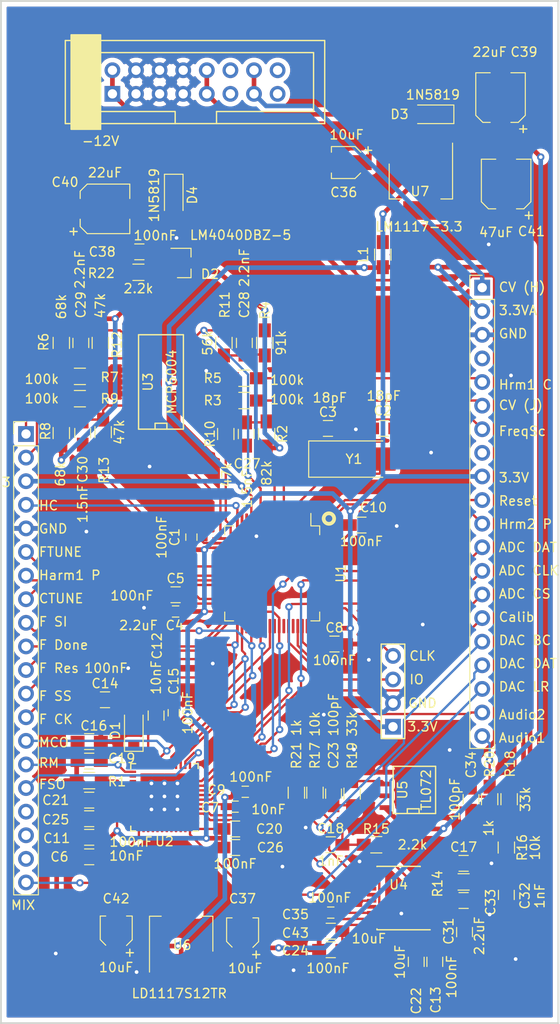
<source format=kicad_pcb>
(kicad_pcb (version 20171130) (host pcbnew "(5.1.5)-3")
  (layers (0 F.Cu signal hide) (31 B.Cu signal hide) (34 B.Paste user) (35 F.Paste user) (36 B.SilkS user hide) (37 F.SilkS user) (38 B.Mask user) (39 F.Mask user) (44 Edge.Cuts user))
  (net 0 "")
  (net 1 GND)
  (net 2 "Net-(C2-Pad1)")
  (net 3 "Net-(C3-Pad1)")
  (net 4 "Net-(C5-Pad2)")
  (net 5 FTUNE)
  (net 6 DAC1_OUT)
  (net 7 DAC2_OUT)
  (net 8 VCC)
  (net 9 VEE)
  (net 10 AREF_-5)
  (net 11 SWCLK)
  (net 12 SWDIO)
  (net 13 CV_IN)
  (net 14 -12V)
  (net 15 +12V)
  (net 16 "Net-(J8-Pad11)")
  (net 17 "Net-(J8-Pad12)")
  (net 18 "Net-(J8-Pad15)")
  (net 19 "Net-(J8-Pad16)")
  (net 20 +3.3VA)
  (net 21 CTUNE)
  (net 22 "Net-(U1-Pad1)")
  (net 23 "Net-(U1-Pad2)")
  (net 24 "Net-(U1-Pad3)")
  (net 25 "Net-(U1-Pad4)")
  (net 26 "Net-(U1-Pad14)")
  (net 27 "Net-(U1-Pad28)")
  (net 28 "Net-(U1-Pad29)")
  (net 29 "Net-(U1-Pad35)")
  (net 30 "Net-(U1-Pad39)")
  (net 31 "Net-(U1-Pad41)")
  (net 32 "Net-(U1-Pad43)")
  (net 33 "Net-(U1-Pad45)")
  (net 34 "Net-(U1-Pad52)")
  (net 35 "Net-(U1-Pad54)")
  (net 36 "Net-(U1-Pad56)")
  (net 37 "Net-(U1-Pad58)")
  (net 38 "Net-(U1-Pad59)")
  (net 39 "Net-(U1-Pad62)")
  (net 40 Calibration)
  (net 41 VCCIO_0)
  (net 42 +1V2)
  (net 43 "Net-(C18-Pad2)")
  (net 44 "Net-(C23-Pad1)")
  (net 45 "Net-(C23-Pad2)")
  (net 46 "Net-(C27-Pad1)")
  (net 47 HARM1_CV)
  (net 48 "Net-(C28-Pad1)")
  (net 49 "Net-(C29-Pad1)")
  (net 50 HARM2_CV)
  (net 51 "Net-(C30-Pad1)")
  (net 52 "Net-(C31-Pad1)")
  (net 53 "Net-(C31-Pad2)")
  (net 54 "Net-(C32-Pad2)")
  (net 55 "Net-(C33-Pad1)")
  (net 56 "Net-(C34-Pad2)")
  (net 57 "Net-(C34-Pad1)")
  (net 58 "Net-(C35-Pad2)")
  (net 59 "Net-(D1-Pad1)")
  (net 60 FPGA_SCK)
  (net 61 FPGA_SS)
  (net 62 FPGA_SI)
  (net 63 FPGA_DONE)
  (net 64 FPGA_RESET)
  (net 65 DAC_DATA)
  (net 66 DAC_BCLK)
  (net 67 DAC_LRCLK)
  (net 68 ADC_Data)
  (net 69 ADC_Clock)
  (net 70 ADC_CS)
  (net 71 MCO2_CLOCK_OUT)
  (net 72 RESET)
  (net 73 AUDIO2_OUT)
  (net 74 AUDIO1_OUT)
  (net 75 MIX_SWITCH)
  (net 76 RING_MOD)
  (net 77 HARM2_POT)
  (net 78 HARM1_POT)
  (net 79 FREQ_SC_POT)
  (net 80 FREQ_SCALE_CVIN)
  (net 81 HARM2_CVIN)
  (net 82 HARM1_CVIN)
  (net 83 PITCH_CVIN)
  (net 84 "Net-(R1-Pad2)")
  (net 85 "Net-(U1-Pad9)")
  (net 86 "Net-(U1-Pad37)")
  (net 87 "Net-(U1-Pad51)")
  (net 88 "Net-(U1-Pad53)")
  (net 89 "Net-(U2-Pad47)")
  (net 90 "Net-(U2-Pad46)")
  (net 91 "Net-(U2-Pad44)")
  (net 92 "Net-(U2-Pad43)")
  (net 93 "Net-(U2-Pad42)")
  (net 94 "Net-(U2-Pad41)")
  (net 95 "Net-(U2-Pad40)")
  (net 96 "Net-(U2-Pad39)")
  (net 97 "Net-(U2-Pad38)")
  (net 98 "Net-(U2-Pad36)")
  (net 99 "Net-(U2-Pad34)")
  (net 100 "Net-(U2-Pad32)")
  (net 101 "Net-(U2-Pad31)")
  (net 102 "Net-(U2-Pad28)")
  (net 103 "Net-(U2-Pad27)")
  (net 104 "Net-(U2-Pad26)")
  (net 105 "Net-(U2-Pad23)")
  (net 106 "Net-(U2-Pad21)")
  (net 107 "Net-(U2-Pad18)")
  (net 108 "Net-(U2-Pad13)")
  (net 109 "Net-(U2-Pad12)")
  (net 110 "Net-(U2-Pad11)")
  (net 111 "Net-(U2-Pad2)")
  (net 112 "Net-(U1-Pad15)")
  (net 113 "Net-(U1-Pad61)")
  (net 114 "Net-(U1-Pad24)")
  (net 115 "Net-(U1-Pad20)")
  (net 116 "Net-(U1-Pad21)")
  (net 117 "Net-(J2-Pad18)")
  (net 118 "Net-(J2-Pad19)")
  (net 119 "Net-(J2-Pad17)")
  (net 120 "Net-(U2-Pad35)")
  (net 121 "Net-(U2-Pad19)")
  (net 122 "Net-(U2-Pad45)")
  (net 123 "Net-(J3-Pad8)")
  (net 124 "Net-(J3-Pad4)")
  (net 125 FPGA_SO)
  (net 126 PITCH_CV)
  (net 127 FREQ_SCALE_CV)
  (net 128 HARM_COUNT_POT)
  (module Crystals:Crystal_SMD_0603-2pin_6.0x3.5mm_HandSoldering (layer F.Cu) (at 137.9 99.3)
    (fp_text reference Y1 (at 0.1 0) (layer F.SilkS))
    (fp_text value ECS-12MHz hide)
    (pad 2 smd rect (at 2.9125 0) (size 3.325 2.5) (layers F.Cu F.Paste F.Mask) (net 2 "Net-(C2-Pad1)"))
    (pad 1 smd rect (at -2.9125 0) (size 3.325 2.5) (layers F.Cu F.Paste F.Mask) (net 3 "Net-(C3-Pad1)"))
  )
  (module Diodes_SMD:D_SOD-123 (layer F.Cu) (at 146.5 62.2 180)
    (fp_text reference D3 (at 3.6 0) (layer F.SilkS))
    (fp_text value 1N5819 (at 0 2.1) (layer F.SilkS))
    (pad 2 smd rect (at 1.65 0 180) (size 0.9 1.2) (layers F.Cu F.Paste F.Mask) (net 15 +12V))
    (pad 1 smd rect (at -1.65 0 180) (size 0.9 1.2) (layers F.Cu F.Paste F.Mask) (net 8 VCC))
  )
  (module TO_SOT_Packages_SMD:SOT-23 (layer F.Cu) (at 119.7 78.2)
    (fp_text reference D2 (at 2.8 1.2) (layer F.SilkS))
    (fp_text value LM4040DBZ-5 (at 6.1 -3) (layer F.SilkS))
    (pad 3 smd rect (at 1 0) (size 0.9 0.8) (layers F.Cu F.Paste F.Mask))
    (pad 2 smd rect (at -1 0.95) (size 0.9 0.8) (layers F.Cu F.Paste F.Mask) (net 10 AREF_-5))
    (pad 1 smd rect (at -1 -0.95) (size 0.9 0.8) (layers F.Cu F.Paste F.Mask) (net 1 GND))
  )
  (module Capacitors_SMD:CP_Elec_5x5.3 (layer F.Cu) (at 111.2 72.4)
    (fp_text reference C40 (at -4.3 -2.9) (layer F.SilkS))
    (fp_text value 22uF (at 0 -3.92) (layer F.SilkS))
    (fp_text user + (at -3.38 2.34) (layer F.SilkS))
    (pad 1 smd rect (at -2.2 0 180) (size 3 1.6) (layers F.Cu F.Paste F.Mask) (net 1 GND))
    (pad 2 smd rect (at 2.2 0 180) (size 3 1.6) (layers F.Cu F.Paste F.Mask) (net 9 VEE))
  )
  (module Capacitors_SMD:C_0805_HandSoldering (layer F.Cu) (at 114.9 77 180)
    (fp_text reference C38 (at 4 0) (layer F.SilkS))
    (fp_text value 100nF (at -1.7 1.75) (layer F.SilkS))
    (pad 2 smd rect (at 1.25 0 180) (size 1.5 1.25) (layers F.Cu F.Paste F.Mask) (net 1 GND))
    (pad 1 smd rect (at -1.25 0 180) (size 1.5 1.25) (layers F.Cu F.Paste F.Mask) (net 10 AREF_-5))
  )
  (module Diodes_SMD:D_SOD-123 (layer F.Cu) (at 118.6 70.9 270)
    (fp_text reference D4 (at 0 -2 90) (layer F.SilkS))
    (fp_text value 1N5819 (at 0 2.1 90) (layer F.SilkS))
    (pad 1 smd rect (at -1.65 0 270) (size 0.9 1.2) (layers F.Cu F.Paste F.Mask) (net 14 -12V))
    (pad 2 smd rect (at 1.65 0 270) (size 0.9 1.2) (layers F.Cu F.Paste F.Mask) (net 9 VEE))
  )
  (module Resistors_SMD:R_0805_HandSoldering (layer F.Cu) (at 114.8 79.2)
    (fp_text reference R22 (at -4 0.1) (layer F.SilkS))
    (fp_text value 2.2k (at 0 1.75) (layer F.SilkS))
    (pad 2 smd rect (at 1.35 0) (size 1.5 1.3) (layers F.Cu F.Paste F.Mask) (net 10 AREF_-5))
    (pad 1 smd rect (at -1.35 0) (size 1.5 1.3) (layers F.Cu F.Paste F.Mask) (net 9 VEE))
  )
  (module Capacitors_SMD:C_0603_HandSoldering (layer F.Cu) (at 135.5 148.1)
    (fp_text reference C35 (at -3.8 0.2) (layer F.SilkS))
    (fp_text value 100nF (at -0.1 -1.6) (layer F.SilkS))
    (pad 1 smd rect (at -0.95 0) (size 1.2 0.75) (layers F.Cu F.Paste F.Mask) (net 1 GND))
    (pad 2 smd rect (at 0.95 0) (size 1.2 0.75) (layers F.Cu F.Paste F.Mask) (net 58 "Net-(C35-Pad2)"))
  )
  (module Capacitors_SMD:C_0603_HandSoldering (layer F.Cu) (at 120.5 107.7 90)
    (fp_text reference C1 (at 0 -1.8 90) (layer F.SilkS))
    (fp_text value 100nF (at 0 -3.2 90) (layer F.SilkS))
    (pad 1 smd rect (at -0.95 0 90) (size 1.2 0.75) (layers F.Cu F.Paste F.Mask) (net 41 VCCIO_0))
    (pad 2 smd rect (at 0.95 0 90) (size 1.2 0.75) (layers F.Cu F.Paste F.Mask) (net 1 GND))
  )
  (module Capacitors_SMD:C_0603_HandSoldering (layer F.Cu) (at 118.6 126.6 90)
    (fp_text reference C15 (at 3.4 0 90) (layer F.SilkS))
    (fp_text value 100nF (at 0 1.5 90) (layer F.SilkS))
    (pad 1 smd rect (at -0.95 0 90) (size 1.2 0.75) (layers F.Cu F.Paste F.Mask) (net 41 VCCIO_0))
    (pad 2 smd rect (at 0.95 0 90) (size 1.2 0.75) (layers F.Cu F.Paste F.Mask) (net 1 GND))
  )
  (module Capacitors_SMD:C_0603_HandSoldering (layer F.Cu) (at 126.3 135.1)
    (fp_text reference C9 (at -3.1 -0.2) (layer F.SilkS))
    (fp_text value 100nF (at 0.6 -1.6) (layer F.SilkS))
    (pad 1 smd rect (at -0.95 0) (size 1.2 0.75) (layers F.Cu F.Paste F.Mask) (net 42 +1V2))
    (pad 2 smd rect (at 0.95 0) (size 1.2 0.75) (layers F.Cu F.Paste F.Mask) (net 1 GND))
  )
  (module Capacitors_SMD:C_0603_HandSoldering (layer F.Cu) (at 125.2 136.7)
    (fp_text reference C7 (at -2.7 0.1) (layer F.SilkS))
    (fp_text value 10nF (at 3.6 0.3) (layer F.SilkS))
    (pad 1 smd rect (at -0.95 0) (size 1.2 0.75) (layers F.Cu F.Paste F.Mask) (net 42 +1V2))
    (pad 2 smd rect (at 0.95 0) (size 1.2 0.75) (layers F.Cu F.Paste F.Mask) (net 1 GND))
  )
  (module Capacitors_SMD:C_0603_HandSoldering (layer F.Cu) (at 118.8 115.7 180)
    (fp_text reference C4 (at 0.1 -1.5) (layer F.SilkS))
    (fp_text value 100nF (at 4.7 1.7) (layer F.SilkS))
    (pad 1 smd rect (at -0.95 0 180) (size 1.2 0.75) (layers F.Cu F.Paste F.Mask) (net 41 VCCIO_0))
    (pad 2 smd rect (at 0.95 0 180) (size 1.2 0.75) (layers F.Cu F.Paste F.Mask) (net 1 GND))
  )
  (module Resistors_SMD:R_0805_HandSoldering (layer F.Cu) (at 108.5 90.4 180)
    (fp_text reference R7 (at -3.2 -0.1) (layer F.SilkS))
    (fp_text value 100k (at 4.1 -0.3) (layer F.SilkS))
    (pad 2 smd rect (at 1.35 0 180) (size 1.5 1.3) (layers F.Cu F.Paste F.Mask) (net 81 HARM2_CVIN))
    (pad 1 smd rect (at -1.35 0 180) (size 1.5 1.3) (layers F.Cu F.Paste F.Mask) (net 49 "Net-(C29-Pad1)"))
  )
  (module Capacitors_SMD:C_0805_HandSoldering (layer F.Cu) (at 135.8 135.3 270)
    (fp_text reference C23 (at -4.1 0 90) (layer F.SilkS))
    (fp_text value 100pF (at -8.5 0 90) (layer F.SilkS))
    (pad 2 smd rect (at 1.25 0 270) (size 1.5 1.25) (layers F.Cu F.Paste F.Mask) (net 45 "Net-(C23-Pad2)"))
    (pad 1 smd rect (at -1.25 0 270) (size 1.5 1.25) (layers F.Cu F.Paste F.Mask) (net 44 "Net-(C23-Pad1)"))
  )
  (module Resistors_SMD:R_0805_HandSoldering (layer F.Cu) (at 131.8 135.2 270)
    (fp_text reference R21 (at -4 0 90) (layer F.SilkS))
    (fp_text value 1k (at -7 0 90) (layer F.SilkS))
    (pad 2 smd rect (at 1.35 0 270) (size 1.5 1.3) (layers F.Cu F.Paste F.Mask) (net 45 "Net-(C23-Pad2)"))
    (pad 1 smd rect (at -1.35 0 270) (size 1.5 1.3) (layers F.Cu F.Paste F.Mask) (net 73 AUDIO2_OUT))
  )
  (module Resistors_SMD:R_0805_HandSoldering (layer F.Cu) (at 154.7 135.9 90)
    (fp_text reference R18 (at 3.8 0.1 90) (layer F.SilkS))
    (fp_text value 33k (at 0 1.75 90) (layer F.SilkS))
    (pad 1 smd rect (at -1.35 0 90) (size 1.5 1.3) (layers F.Cu F.Paste F.Mask) (net 56 "Net-(C34-Pad2)"))
    (pad 2 smd rect (at 1.35 0 90) (size 1.5 1.3) (layers F.Cu F.Paste F.Mask) (net 57 "Net-(C34-Pad1)"))
  )
  (module Resistors_SMD:R_0805_HandSoldering (layer F.Cu) (at 140.4 140.8)
    (fp_text reference R15 (at 0 -1.7) (layer F.SilkS))
    (fp_text value 2.2k (at 3.9 0) (layer F.SilkS))
    (pad 1 smd rect (at -1.35 0) (size 1.5 1.3) (layers F.Cu F.Paste F.Mask) (net 43 "Net-(C18-Pad2)"))
    (pad 2 smd rect (at 1.35 0) (size 1.5 1.3) (layers F.Cu F.Paste F.Mask) (net 7 DAC2_OUT))
  )
  (module Capacitors_SMD:C_0805_HandSoldering (layer F.Cu) (at 141.2 96 180)
    (fp_text reference C2 (at 0.1 1.9) (layer F.SilkS))
    (fp_text value 18pF (at 0 3.5) (layer F.SilkS))
    (pad 2 smd rect (at 1.25 0 180) (size 1.5 1.25) (layers F.Cu F.Paste F.Mask) (net 1 GND))
    (pad 1 smd rect (at -1.25 0 180) (size 1.5 1.25) (layers F.Cu F.Paste F.Mask) (net 2 "Net-(C2-Pad1)"))
  )
  (module Capacitors_SMD:C_0805_HandSoldering (layer F.Cu) (at 135.2 96)
    (fp_text reference C3 (at 0 -1.75) (layer F.SilkS))
    (fp_text value 18pF (at 0.2 -3.3) (layer F.SilkS))
    (pad 1 smd rect (at -1.25 0) (size 1.5 1.25) (layers F.Cu F.Paste F.Mask) (net 3 "Net-(C3-Pad1)"))
    (pad 2 smd rect (at 1.25 0) (size 1.5 1.25) (layers F.Cu F.Paste F.Mask) (net 1 GND))
  )
  (module Capacitors_SMD:C_0805_HandSoldering (layer F.Cu) (at 118.8 113.9)
    (fp_text reference C5 (at 0 -1.75) (layer F.SilkS))
    (fp_text value 2.2uF (at -4 3.3) (layer F.SilkS))
    (pad 2 smd rect (at 1.25 0) (size 1.5 1.25) (layers F.Cu F.Paste F.Mask) (net 4 "Net-(C5-Pad2)"))
    (pad 1 smd rect (at -1.25 0) (size 1.5 1.25) (layers F.Cu F.Paste F.Mask) (net 1 GND))
  )
  (module Capacitors_SMD:C_0805_HandSoldering (layer F.Cu) (at 109.5 142.1 180)
    (fp_text reference C6 (at 3.2 0) (layer F.SilkS))
    (fp_text value 10nF (at -4 0.1) (layer F.SilkS))
    (pad 1 smd rect (at -1.25 0 180) (size 1.5 1.25) (layers F.Cu F.Paste F.Mask) (net 41 VCCIO_0))
    (pad 2 smd rect (at 1.25 0 180) (size 1.5 1.25) (layers F.Cu F.Paste F.Mask) (net 1 GND))
  )
  (module Capacitors_SMD:C_0805_HandSoldering (layer F.Cu) (at 135.9 119.2)
    (fp_text reference C8 (at 0 -1.75) (layer F.SilkS))
    (fp_text value 100nF (at 0 1.75) (layer F.SilkS))
    (pad 1 smd rect (at -1.25 0) (size 1.5 1.25) (layers F.Cu F.Paste F.Mask) (net 41 VCCIO_0))
    (pad 2 smd rect (at 1.25 0) (size 1.5 1.25) (layers F.Cu F.Paste F.Mask) (net 1 GND))
  )
  (module Capacitors_SMD:C_0805_HandSoldering (layer F.Cu) (at 138.8 106.4)
    (fp_text reference C10 (at 1.3 -1.9) (layer F.SilkS))
    (fp_text value 100nF (at 0 1.75) (layer F.SilkS))
    (pad 2 smd rect (at 1.25 0) (size 1.5 1.25) (layers F.Cu F.Paste F.Mask) (net 1 GND))
    (pad 1 smd rect (at -1.25 0) (size 1.5 1.25) (layers F.Cu F.Paste F.Mask) (net 41 VCCIO_0))
  )
  (module Capacitors_SMD:C_0805_HandSoldering (layer F.Cu) (at 109.5 140 180)
    (fp_text reference C11 (at 3.5 -0.1) (layer F.SilkS))
    (fp_text value 100nF (at -4.5 -0.5) (layer F.SilkS))
    (pad 2 smd rect (at 1.25 0 180) (size 1.5 1.25) (layers F.Cu F.Paste F.Mask) (net 1 GND))
    (pad 1 smd rect (at -1.25 0 180) (size 1.5 1.25) (layers F.Cu F.Paste F.Mask) (net 41 VCCIO_0))
  )
  (module Capacitors_SMD:C_0805_HandSoldering (layer F.Cu) (at 116.7 126.9 90)
    (fp_text reference C12 (at 7.5 0.1 90) (layer F.SilkS))
    (fp_text value 10nF (at 4.1 0 90) (layer F.SilkS))
    (pad 1 smd rect (at -1.25 0 90) (size 1.5 1.25) (layers F.Cu F.Paste F.Mask) (net 41 VCCIO_0))
    (pad 2 smd rect (at 1.25 0 90) (size 1.5 1.25) (layers F.Cu F.Paste F.Mask) (net 1 GND))
  )
  (module Capacitors_SMD:C_0805_HandSoldering (layer F.Cu) (at 146.7 153.4 270)
    (fp_text reference C13 (at 4.1 -0.1 90) (layer F.SilkS))
    (fp_text value 100nF (at 1.6 -1.8 90) (layer F.SilkS))
    (pad 1 smd rect (at -1.25 0 270) (size 1.5 1.25) (layers F.Cu F.Paste F.Mask) (net 20 +3.3VA))
    (pad 2 smd rect (at 1.25 0 270) (size 1.5 1.25) (layers F.Cu F.Paste F.Mask) (net 1 GND))
  )
  (module Capacitors_SMD:C_0805_HandSoldering (layer F.Cu) (at 111.2 125.2)
    (fp_text reference C14 (at 0 -1.75) (layer F.SilkS))
    (fp_text value 100nF (at 0.1 -3.4) (layer F.SilkS))
    (pad 1 smd rect (at -1.25 0) (size 1.5 1.25) (layers F.Cu F.Paste F.Mask) (net 1 GND))
    (pad 2 smd rect (at 1.25 0) (size 1.5 1.25) (layers F.Cu F.Paste F.Mask) (net 41 VCCIO_0))
  )
  (module Capacitors_SMD:C_0805_HandSoldering (layer F.Cu) (at 109.5 129.7)
    (fp_text reference C16 (at 0.5 -1.7) (layer F.SilkS))
    (fp_text value 10uF)
    (pad 1 smd rect (at -1.25 0) (size 1.5 1.25) (layers F.Cu F.Paste F.Mask) (net 42 +1V2))
    (pad 2 smd rect (at 1.25 0) (size 1.5 1.25) (layers F.Cu F.Paste F.Mask) (net 1 GND))
  )
  (module Capacitors_SMD:C_0805_HandSoldering (layer F.Cu) (at 149.8 142.8)
    (fp_text reference C17 (at 0 -1.75) (layer F.SilkS))
    (fp_text value 100nF)
    (pad 2 smd rect (at 1.25 0) (size 1.5 1.25) (layers F.Cu F.Paste F.Mask) (net 1 GND))
    (pad 1 smd rect (at -1.25 0) (size 1.5 1.25) (layers F.Cu F.Paste F.Mask) (net 20 +3.3VA))
  )
  (module Capacitors_SMD:C_0805_HandSoldering (layer F.Cu) (at 135.5 140.8)
    (fp_text reference C18 (at 0 -1.75) (layer F.SilkS))
    (fp_text value 1nF (at 0 1.75) (layer F.SilkS))
    (pad 2 smd rect (at 1.25 0) (size 1.5 1.25) (layers F.Cu F.Paste F.Mask) (net 43 "Net-(C18-Pad2)"))
    (pad 1 smd rect (at -1.25 0) (size 1.5 1.25) (layers F.Cu F.Paste F.Mask) (net 1 GND))
  )
  (module Capacitors_SMD:C_0805_HandSoldering (layer F.Cu) (at 109.5 131.8)
    (fp_text reference C19 (at 3.5 -0.3) (layer F.SilkS))
    (fp_text value 100nF)
    (pad 2 smd rect (at 1.25 0) (size 1.5 1.25) (layers F.Cu F.Paste F.Mask) (net 1 GND))
    (pad 1 smd rect (at -1.25 0) (size 1.5 1.25) (layers F.Cu F.Paste F.Mask) (net 42 +1V2))
  )
  (module Capacitors_SMD:C_0805_HandSoldering (layer F.Cu) (at 125.2 139.1)
    (fp_text reference C20 (at 3.7 0) (layer F.SilkS))
    (fp_text value 10nF hide)
    (pad 1 smd rect (at -1.25 0) (size 1.5 1.25) (layers F.Cu F.Paste F.Mask) (net 41 VCCIO_0))
    (pad 2 smd rect (at 1.25 0) (size 1.5 1.25) (layers F.Cu F.Paste F.Mask) (net 1 GND))
  )
  (module Capacitors_SMD:C_0805_HandSoldering (layer F.Cu) (at 109.5 136 180)
    (fp_text reference C21 (at 3.6 0) (layer F.SilkS))
    (fp_text value 1uF)
    (pad 1 smd rect (at -1.25 0 180) (size 1.5 1.25) (layers F.Cu F.Paste F.Mask) (net 42 +1V2))
    (pad 2 smd rect (at 1.25 0 180) (size 1.5 1.25) (layers F.Cu F.Paste F.Mask) (net 1 GND))
  )
  (module Capacitors_SMD:C_0805_HandSoldering (layer F.Cu) (at 144.7 153.4 270)
    (fp_text reference C22 (at 4.2 0 90) (layer F.SilkS))
    (fp_text value 10uF (at 0 1.75 90) (layer F.SilkS))
    (pad 1 smd rect (at -1.25 0 270) (size 1.5 1.25) (layers F.Cu F.Paste F.Mask) (net 20 +3.3VA))
    (pad 2 smd rect (at 1.25 0 270) (size 1.5 1.25) (layers F.Cu F.Paste F.Mask) (net 1 GND))
  )
  (module Capacitors_SMD:C_0805_HandSoldering (layer F.Cu) (at 135.5 152.1 180)
    (fp_text reference C24 (at 3.8 -0.1) (layer F.SilkS))
    (fp_text value 100nF (at 0.3 -2) (layer F.SilkS))
    (pad 2 smd rect (at 1.25 0 180) (size 1.5 1.25) (layers F.Cu F.Paste F.Mask) (net 1 GND))
    (pad 1 smd rect (at -1.25 0 180) (size 1.5 1.25) (layers F.Cu F.Paste F.Mask) (net 41 VCCIO_0))
  )
  (module Capacitors_SMD:C_0805_HandSoldering (layer F.Cu) (at 109.5 138 180)
    (fp_text reference C25 (at 3.6 -0.1) (layer F.SilkS))
    (fp_text value 100nF)
    (pad 1 smd rect (at -1.25 0 180) (size 1.5 1.25) (layers F.Cu F.Paste F.Mask) (net 42 +1V2))
    (pad 2 smd rect (at 1.25 0 180) (size 1.5 1.25) (layers F.Cu F.Paste F.Mask) (net 1 GND))
  )
  (module Capacitors_SMD:C_0805_HandSoldering (layer F.Cu) (at 125.2 141.1)
    (fp_text reference C26 (at 3.8 0) (layer F.SilkS))
    (fp_text value 100nF (at 0 1.75) (layer F.SilkS))
    (pad 2 smd rect (at 1.25 0) (size 1.5 1.25) (layers F.Cu F.Paste F.Mask) (net 1 GND))
    (pad 1 smd rect (at -1.25 0) (size 1.5 1.25) (layers F.Cu F.Paste F.Mask) (net 41 VCCIO_0))
  )
  (module Capacitors_SMD:C_0805_HandSoldering (layer F.Cu) (at 126.4 96.6 270)
    (fp_text reference C27 (at 3.2 -0.1 180) (layer F.SilkS))
    (fp_text value 1.5nF (at 5.9 -0.1 90) (layer F.SilkS))
    (pad 2 smd rect (at 1.25 0 270) (size 1.5 1.25) (layers F.Cu F.Paste F.Mask) (net 126 PITCH_CV))
    (pad 1 smd rect (at -1.25 0 270) (size 1.5 1.25) (layers F.Cu F.Paste F.Mask) (net 46 "Net-(C27-Pad1)"))
  )
  (module Capacitors_SMD:C_0805_HandSoldering (layer F.Cu) (at 126.2 86.8 90)
    (fp_text reference C28 (at 4.1 0 90) (layer F.SilkS))
    (fp_text value 2.2nF (at 8.1 0 90) (layer F.SilkS))
    (pad 2 smd rect (at 1.25 0 90) (size 1.5 1.25) (layers F.Cu F.Paste F.Mask) (net 47 HARM1_CV))
    (pad 1 smd rect (at -1.25 0 90) (size 1.5 1.25) (layers F.Cu F.Paste F.Mask) (net 48 "Net-(C28-Pad1)"))
  )
  (module Capacitors_SMD:C_0805_HandSoldering (layer F.Cu) (at 108.6 86.8 90)
    (fp_text reference C29 (at 4.1 0 90) (layer F.SilkS))
    (fp_text value 2.2nF (at 7.9 -0.1 90) (layer F.SilkS))
    (pad 1 smd rect (at -1.25 0 90) (size 1.5 1.25) (layers F.Cu F.Paste F.Mask) (net 49 "Net-(C29-Pad1)"))
    (pad 2 smd rect (at 1.25 0 90) (size 1.5 1.25) (layers F.Cu F.Paste F.Mask) (net 50 HARM2_CV))
  )
  (module Capacitors_SMD:C_0805_HandSoldering (layer F.Cu) (at 108.8 96.5 270)
    (fp_text reference C30 (at 3.9 0 90) (layer F.SilkS))
    (fp_text value 1.5nF (at 7.6 0 90) (layer F.SilkS))
    (pad 2 smd rect (at 1.25 0 270) (size 1.5 1.25) (layers F.Cu F.Paste F.Mask) (net 127 FREQ_SCALE_CV))
    (pad 1 smd rect (at -1.25 0 270) (size 1.5 1.25) (layers F.Cu F.Paste F.Mask) (net 51 "Net-(C30-Pad1)"))
  )
  (module Capacitors_SMD:C_0805_HandSoldering (layer F.Cu) (at 149.9 150.2 90)
    (fp_text reference C31 (at 0.1 -1.7 90) (layer F.SilkS))
    (fp_text value 2.2uF (at -0.4 1.6 90) (layer F.SilkS))
    (pad 1 smd rect (at -1.25 0 90) (size 1.5 1.25) (layers F.Cu F.Paste F.Mask) (net 52 "Net-(C31-Pad1)"))
    (pad 2 smd rect (at 1.25 0 90) (size 1.5 1.25) (layers F.Cu F.Paste F.Mask) (net 53 "Net-(C31-Pad2)"))
  )
  (module Capacitors_SMD:C_0805_HandSoldering (layer F.Cu) (at 154.4 146.2 90)
    (fp_text reference C32 (at -0.1 2 90) (layer F.SilkS))
    (fp_text value 1nF (at -0.1 3.6 90) (layer F.SilkS))
    (pad 1 smd rect (at -1.25 0 90) (size 1.5 1.25) (layers F.Cu F.Paste F.Mask) (net 1 GND))
    (pad 2 smd rect (at 1.25 0 90) (size 1.5 1.25) (layers F.Cu F.Paste F.Mask) (net 54 "Net-(C32-Pad2)"))
  )
  (module Capacitors_SMD:C_0805_HandSoldering (layer F.Cu) (at 149.8 146.8)
    (fp_text reference C33 (at 2.9 0.2 90) (layer F.SilkS))
    (fp_text value 2.2uF)
    (pad 2 smd rect (at 1.25 0) (size 1.5 1.25) (layers F.Cu F.Paste F.Mask) (net 1 GND))
    (pad 1 smd rect (at -1.25 0) (size 1.5 1.25) (layers F.Cu F.Paste F.Mask) (net 55 "Net-(C33-Pad1)"))
  )
  (module Capacitors_SMD:C_0805_HandSoldering (layer F.Cu) (at 150.6 135.9 270)
    (fp_text reference C34 (at -3.7 0 90) (layer F.SilkS))
    (fp_text value 100pF (at 0 1.75 90) (layer F.SilkS))
    (pad 2 smd rect (at 1.25 0 270) (size 1.5 1.25) (layers F.Cu F.Paste F.Mask) (net 56 "Net-(C34-Pad2)"))
    (pad 1 smd rect (at -1.25 0 270) (size 1.5 1.25) (layers F.Cu F.Paste F.Mask) (net 57 "Net-(C34-Pad1)"))
  )
  (module Capacitors_SMD:CP_Elec_3x5.3 (layer F.Cu) (at 137.3 67.4 180)
    (fp_text reference C36 (at 0.4 -3.2) (layer F.SilkS))
    (fp_text value 10uF (at 0.1 3) (layer F.SilkS))
    (fp_text user + (at -2.22 1.4) (layer F.SilkS))
    (pad 1 smd rect (at -1.5 0 180) (size 2.2 1.6) (layers F.Cu F.Paste F.Mask) (net 8 VCC))
    (pad 2 smd rect (at 1.5 0 180) (size 2.2 1.6) (layers F.Cu F.Paste F.Mask) (net 1 GND))
  )
  (module Capacitors_SMD:CP_Elec_3x5.3 (layer F.Cu) (at 126 150.4 90)
    (fp_text reference C37 (at 3.8 0 180) (layer F.SilkS))
    (fp_text value 10uF (at -3.7 0.3 180) (layer F.SilkS))
    (fp_text user + (at -2.22 1.4 90) (layer F.SilkS))
    (pad 2 smd rect (at 1.5 0 90) (size 2.2 1.6) (layers F.Cu F.Paste F.Mask) (net 1 GND))
    (pad 1 smd rect (at -1.5 0 90) (size 2.2 1.6) (layers F.Cu F.Paste F.Mask) (net 8 VCC))
  )
  (module Capacitors_SMD:CP_Elec_5x5.3 (layer F.Cu) (at 153.8 60.4 90)
    (fp_text reference C39 (at 4.9 2.5 180) (layer F.SilkS))
    (fp_text value 22uF (at 4.9 -1.2 180) (layer F.SilkS))
    (fp_text user + (at -3.38 2.34 90) (layer F.SilkS))
    (pad 2 smd rect (at 2.2 0 270) (size 3 1.6) (layers F.Cu F.Paste F.Mask) (net 1 GND))
    (pad 1 smd rect (at -2.2 0 270) (size 3 1.6) (layers F.Cu F.Paste F.Mask) (net 8 VCC))
  )
  (module Capacitors_SMD:CP_Elec_5x5.3 (layer F.Cu) (at 154.4 69.7 90)
    (fp_text reference C41 (at -5.1 2.7 180) (layer F.SilkS))
    (fp_text value 47uF (at -5.2 -1.1 180) (layer F.SilkS))
    (fp_text user + (at -3.38 2.34 90) (layer F.SilkS))
    (pad 2 smd rect (at 2.2 0 270) (size 3 1.6) (layers F.Cu F.Paste F.Mask) (net 1 GND))
    (pad 1 smd rect (at -2.2 0 270) (size 3 1.6) (layers F.Cu F.Paste F.Mask) (net 41 VCCIO_0))
  )
  (module Capacitors_SMD:CP_Elec_3x5.3 (layer F.Cu) (at 112.4 150.2 90)
    (fp_text reference C42 (at 3.6 0 180) (layer F.SilkS))
    (fp_text value 10uF (at -3.8 0 180) (layer F.SilkS))
    (fp_text user + (at -2.22 1.4 90) (layer F.SilkS))
    (pad 1 smd rect (at -1.5 0 90) (size 2.2 1.6) (layers F.Cu F.Paste F.Mask) (net 42 +1V2))
    (pad 2 smd rect (at 1.5 0 90) (size 2.2 1.6) (layers F.Cu F.Paste F.Mask) (net 1 GND))
  )
  (module Capacitors_SMD:C_0805_HandSoldering (layer F.Cu) (at 135.5 150.1 180)
    (fp_text reference C43 (at 3.8 -0.2) (layer F.SilkS))
    (fp_text value 10uF (at -4.1 -0.8) (layer F.SilkS))
    (pad 1 smd rect (at -1.25 0 180) (size 1.5 1.25) (layers F.Cu F.Paste F.Mask) (net 41 VCCIO_0))
    (pad 2 smd rect (at 1.25 0 180) (size 1.5 1.25) (layers F.Cu F.Paste F.Mask) (net 1 GND))
  )
  (module Diodes_SMD:D_SOD-123 (layer F.Cu) (at 114.3 128.5 90)
    (fp_text reference D1 (at 0 -2 90) (layer F.SilkS))
    (fp_text value MBR130T1G hide)
    (pad 2 smd rect (at 1.65 0 90) (size 0.9 1.2) (layers F.Cu F.Paste F.Mask) (net 41 VCCIO_0))
    (pad 1 smd rect (at -1.65 0 90) (size 0.9 1.2) (layers F.Cu F.Paste F.Mask) (net 59 "Net-(D1-Pad1)"))
  )
  (module Custom_Footprints:SWD_header (layer F.Cu) (at 142.2 128.1 90)
    (fp_text reference J1 hide)
    (fp_text value SWD_Header hide)
    (fp_text user 3.3V (at 0 3.175) (layer F.SilkS))
    (fp_text user GND (at 2.54 3.175) (layer F.SilkS))
    (fp_text user IO (at 5.08 2.54) (layer F.SilkS))
    (fp_text user CLK (at 7.62 3.175) (layer F.SilkS))
    (pad 4 thru_hole circle (at 7.62 0 90) (size 1.7 1.7) (drill 1) (layers *.Cu *.Mask) (net 11 SWCLK))
    (pad 3 thru_hole circle (at 5.08 0 90) (size 1.7 1.7) (drill 1) (layers *.Cu *.Mask) (net 12 SWDIO))
    (pad 2 thru_hole circle (at 2.54 0 90) (size 1.7 1.7) (drill 1) (layers *.Cu *.Mask) (net 1 GND))
    (pad 1 thru_hole rect (at 0 0 90) (size 1.7 1.7) (drill 1) (layers *.Cu *.Mask) (net 41 VCCIO_0))
  )
  (module Socket_Strips:Socket_Strip_Straight_1x20_Pitch2.54mm (layer F.Cu) (at 102.7 96.6)
    (fp_text reference J2 hide)
    (fp_text value Conn_01x20_Female hide)
    (pad 1 thru_hole rect (at 0 0) (size 1.7 1.7) (drill 1) (layers *.Cu *.Mask) (net 81 HARM2_CVIN))
    (pad 2 thru_hole oval (at 0 2.54) (size 1.7 1.7) (drill 1) (layers *.Cu *.Mask) (net 80 FREQ_SCALE_CVIN))
    (pad 3 thru_hole oval (at 0 5.08) (size 1.7 1.7) (drill 1) (layers *.Cu *.Mask) (net 20 +3.3VA))
    (pad 4 thru_hole oval (at 0 7.62) (size 1.7 1.7) (drill 1) (layers *.Cu *.Mask) (net 128 HARM_COUNT_POT))
    (pad 5 thru_hole oval (at 0 10.16) (size 1.7 1.7) (drill 1) (layers *.Cu *.Mask) (net 1 GND))
    (pad 6 thru_hole oval (at 0 12.7) (size 1.7 1.7) (drill 1) (layers *.Cu *.Mask) (net 5 FTUNE))
    (pad 7 thru_hole oval (at 0 15.24) (size 1.7 1.7) (drill 1) (layers *.Cu *.Mask) (net 78 HARM1_POT))
    (pad 8 thru_hole oval (at 0 17.78) (size 1.7 1.7) (drill 1) (layers *.Cu *.Mask) (net 21 CTUNE))
    (pad 9 thru_hole oval (at 0 20.32) (size 1.7 1.7) (drill 1) (layers *.Cu *.Mask) (net 62 FPGA_SI))
    (pad 10 thru_hole oval (at 0 22.86) (size 1.7 1.7) (drill 1) (layers *.Cu *.Mask) (net 63 FPGA_DONE))
    (pad 11 thru_hole oval (at 0 25.4) (size 1.7 1.7) (drill 1) (layers *.Cu *.Mask) (net 64 FPGA_RESET))
    (pad 12 thru_hole oval (at 0 27.94) (size 1.7 1.7) (drill 1) (layers *.Cu *.Mask) (net 61 FPGA_SS))
    (pad 13 thru_hole oval (at 0 30.48) (size 1.7 1.7) (drill 1) (layers *.Cu *.Mask) (net 60 FPGA_SCK))
    (pad 14 thru_hole oval (at 0 33.02) (size 1.7 1.7) (drill 1) (layers *.Cu *.Mask) (net 71 MCO2_CLOCK_OUT))
    (pad 15 thru_hole oval (at 0 35.56) (size 1.7 1.7) (drill 1) (layers *.Cu *.Mask) (net 76 RING_MOD))
    (pad 16 thru_hole oval (at 0 38.1) (size 1.7 1.7) (drill 1) (layers *.Cu *.Mask) (net 125 FPGA_SO))
    (pad 17 thru_hole oval (at 0 40.64) (size 1.7 1.7) (drill 1) (layers *.Cu *.Mask) (net 119 "Net-(J2-Pad17)"))
    (pad 18 thru_hole oval (at 0 43.18) (size 1.7 1.7) (drill 1) (layers *.Cu *.Mask) (net 117 "Net-(J2-Pad18)"))
    (pad 19 thru_hole oval (at 0 45.72) (size 1.7 1.7) (drill 1) (layers *.Cu *.Mask) (net 118 "Net-(J2-Pad19)"))
    (pad 20 thru_hole oval (at 0 48.26) (size 1.7 1.7) (drill 1) (layers *.Cu *.Mask) (net 75 MIX_SWITCH))
  )
  (module Socket_Strips:Socket_Strip_Straight_1x20_Pitch2.54mm (layer F.Cu) (at 151.8 80.85)
    (fp_text reference J3 hide)
    (fp_text value Conn_01x20_Female hide)
    (pad 20 thru_hole oval (at 0 48.26) (size 1.7 1.7) (drill 1) (layers *.Cu *.Mask) (net 74 AUDIO1_OUT))
    (pad 19 thru_hole oval (at 0 45.72) (size 1.7 1.7) (drill 1) (layers *.Cu *.Mask) (net 73 AUDIO2_OUT))
    (pad 18 thru_hole oval (at 0 43.18) (size 1.7 1.7) (drill 1) (layers *.Cu *.Mask) (net 67 DAC_LRCLK))
    (pad 17 thru_hole oval (at 0 40.64) (size 1.7 1.7) (drill 1) (layers *.Cu *.Mask) (net 65 DAC_DATA))
    (pad 16 thru_hole oval (at 0 38.1) (size 1.7 1.7) (drill 1) (layers *.Cu *.Mask) (net 66 DAC_BCLK))
    (pad 15 thru_hole oval (at 0 35.56) (size 1.7 1.7) (drill 1) (layers *.Cu *.Mask) (net 40 Calibration))
    (pad 14 thru_hole oval (at 0 33.02) (size 1.7 1.7) (drill 1) (layers *.Cu *.Mask) (net 70 ADC_CS))
    (pad 13 thru_hole oval (at 0 30.48) (size 1.7 1.7) (drill 1) (layers *.Cu *.Mask) (net 69 ADC_Clock))
    (pad 12 thru_hole oval (at 0 27.94) (size 1.7 1.7) (drill 1) (layers *.Cu *.Mask) (net 68 ADC_Data))
    (pad 11 thru_hole oval (at 0 25.4) (size 1.7 1.7) (drill 1) (layers *.Cu *.Mask) (net 77 HARM2_POT))
    (pad 10 thru_hole oval (at 0 22.86) (size 1.7 1.7) (drill 1) (layers *.Cu *.Mask) (net 72 RESET))
    (pad 9 thru_hole oval (at 0 20.32) (size 1.7 1.7) (drill 1) (layers *.Cu *.Mask) (net 41 VCCIO_0))
    (pad 8 thru_hole oval (at 0 17.78) (size 1.7 1.7) (drill 1) (layers *.Cu *.Mask) (net 123 "Net-(J3-Pad8)"))
    (pad 7 thru_hole oval (at 0 15.24) (size 1.7 1.7) (drill 1) (layers *.Cu *.Mask) (net 79 FREQ_SC_POT))
    (pad 6 thru_hole oval (at 0 12.7) (size 1.7 1.7) (drill 1) (layers *.Cu *.Mask) (net 83 PITCH_CVIN))
    (pad 5 thru_hole oval (at 0 10.16) (size 1.7 1.7) (drill 1) (layers *.Cu *.Mask) (net 82 HARM1_CVIN))
    (pad 4 thru_hole oval (at 0 7.62) (size 1.7 1.7) (drill 1) (layers *.Cu *.Mask) (net 124 "Net-(J3-Pad4)"))
    (pad 3 thru_hole oval (at 0 5.08) (size 1.7 1.7) (drill 1) (layers *.Cu *.Mask) (net 1 GND))
    (pad 2 thru_hole oval (at 0 2.54) (size 1.7 1.7) (drill 1) (layers *.Cu *.Mask) (net 20 +3.3VA))
    (pad 1 thru_hole rect (at 0 0) (size 1.7 1.7) (drill 1) (layers *.Cu *.Mask) (net 13 CV_IN))
  )
  (module Custom_Footprints:Eurorack_16_pin_header (layer F.Cu) (at 112 60)
    (fp_text reference J8 hide)
    (fp_text value Eurorack_16_pin_power hide)
    (fp_text user -12V (at -1.27 5.08) (layer F.SilkS))
    (pad 1 thru_hole rect (at 0 0) (size 1.7 1.7) (drill 1) (layers *.Cu *.Mask) (net 14 -12V))
    (pad 2 thru_hole circle (at 0 -2.54) (size 1.7 1.7) (drill 1) (layers *.Cu *.Mask) (net 14 -12V))
    (pad 3 thru_hole circle (at 2.54 0) (size 1.7 1.7) (drill 1) (layers *.Cu *.Mask) (net 1 GND))
    (pad 4 thru_hole circle (at 2.54 -2.54) (size 1.7 1.7) (drill 1) (layers *.Cu *.Mask) (net 1 GND))
    (pad 5 thru_hole circle (at 5.08 0) (size 1.7 1.7) (drill 1) (layers *.Cu *.Mask) (net 1 GND))
    (pad 6 thru_hole circle (at 5.08 -2.54) (size 1.7 1.7) (drill 1) (layers *.Cu *.Mask) (net 1 GND))
    (pad 7 thru_hole circle (at 7.62 0) (size 1.7 1.7) (drill 1) (layers *.Cu *.Mask) (net 1 GND))
    (pad 8 thru_hole circle (at 7.62 -2.54) (size 1.7 1.7) (drill 1) (layers *.Cu *.Mask) (net 1 GND))
    (pad 9 thru_hole circle (at 10.16 0) (size 1.7 1.7) (drill 1) (layers *.Cu *.Mask) (net 15 +12V))
    (pad 10 thru_hole circle (at 10.16 -2.54) (size 1.7 1.7) (drill 1) (layers *.Cu *.Mask) (net 15 +12V))
    (pad 11 thru_hole circle (at 12.7 0) (size 1.7 1.7) (drill 1) (layers *.Cu *.Mask) (net 16 "Net-(J8-Pad11)"))
    (pad 12 thru_hole circle (at 12.7 -2.54) (size 1.7 1.7) (drill 1) (layers *.Cu *.Mask) (net 17 "Net-(J8-Pad12)"))
    (pad 14 thru_hole circle (at 15.24 -2.54) (size 1.7 1.7) (drill 1) (layers *.Cu *.Mask) (net 13 CV_IN))
    (pad 13 thru_hole circle (at 15.24 0) (size 1.7 1.7) (drill 1) (layers *.Cu *.Mask) (net 13 CV_IN))
    (pad 15 thru_hole circle (at 17.78 0) (size 1.7 1.7) (drill 1) (layers *.Cu *.Mask) (net 18 "Net-(J8-Pad15)"))
    (pad 16 thru_hole circle (at 17.78 -2.54) (size 1.7 1.7) (drill 1) (layers *.Cu *.Mask) (net 19 "Net-(J8-Pad16)"))
  )
  (module Inductors_SMD:L_0805_HandSoldering (layer F.Cu) (at 141.1 77.3 90)
    (fp_text reference L1 (at 0 -2.1 90) (layer F.SilkS))
    (fp_text value L hide)
    (pad 2 smd rect (at 1.35 0 90) (size 1.5 1.3) (layers F.Cu F.Paste F.Mask) (net 41 VCCIO_0))
    (pad 1 smd rect (at -1.35 0 90) (size 1.5 1.3) (layers F.Cu F.Paste F.Mask) (net 20 +3.3VA))
  )
  (module Resistors_SMD:R_0805_HandSoldering (layer F.Cu) (at 109.5 133.9)
    (fp_text reference R1 (at 3 0.1) (layer F.SilkS))
    (fp_text value 100)
    (pad 1 smd rect (at -1.35 0) (size 1.5 1.3) (layers F.Cu F.Paste F.Mask) (net 42 +1V2))
    (pad 2 smd rect (at 1.35 0) (size 1.5 1.3) (layers F.Cu F.Paste F.Mask) (net 84 "Net-(R1-Pad2)"))
  )
  (module Resistors_SMD:R_0805_HandSoldering (layer F.Cu) (at 128.6 96.6 270)
    (fp_text reference R2 (at 0 -1.7 90) (layer F.SilkS))
    (fp_text value 82k (at 4.2 0 90) (layer F.SilkS))
    (pad 2 smd rect (at 1.35 0 270) (size 1.5 1.3) (layers F.Cu F.Paste F.Mask) (net 10 AREF_-5))
    (pad 1 smd rect (at -1.35 0 270) (size 1.5 1.3) (layers F.Cu F.Paste F.Mask) (net 46 "Net-(C27-Pad1)"))
  )
  (module Resistors_SMD:R_0805_HandSoldering (layer F.Cu) (at 126.2 93)
    (fp_text reference R3 (at -3.4 0) (layer F.SilkS))
    (fp_text value 100k (at 4.6 -0.1) (layer F.SilkS))
    (pad 1 smd rect (at -1.35 0) (size 1.5 1.3) (layers F.Cu F.Paste F.Mask) (net 46 "Net-(C27-Pad1)"))
    (pad 2 smd rect (at 1.35 0) (size 1.5 1.3) (layers F.Cu F.Paste F.Mask) (net 83 PITCH_CVIN))
  )
  (module Resistors_SMD:R_0805_HandSoldering (layer F.Cu) (at 128.4 86.8 90)
    (fp_text reference R4 (at 3.5 0 90) (layer F.SilkS))
    (fp_text value 91k (at 0 1.75 90) (layer F.SilkS))
    (pad 2 smd rect (at 1.35 0 90) (size 1.5 1.3) (layers F.Cu F.Paste F.Mask) (net 10 AREF_-5))
    (pad 1 smd rect (at -1.35 0 90) (size 1.5 1.3) (layers F.Cu F.Paste F.Mask) (net 48 "Net-(C28-Pad1)"))
  )
  (module Resistors_SMD:R_0805_HandSoldering (layer F.Cu) (at 126.2 90.6)
    (fp_text reference R5 (at -3.4 0) (layer F.SilkS))
    (fp_text value 100k (at 4.6 0.2) (layer F.SilkS))
    (pad 1 smd rect (at -1.35 0) (size 1.5 1.3) (layers F.Cu F.Paste F.Mask) (net 48 "Net-(C28-Pad1)"))
    (pad 2 smd rect (at 1.35 0) (size 1.5 1.3) (layers F.Cu F.Paste F.Mask) (net 82 HARM1_CVIN))
  )
  (module Resistors_SMD:R_0805_HandSoldering (layer F.Cu) (at 106.5 86.8 90)
    (fp_text reference R6 (at 0.1 -1.9 90) (layer F.SilkS))
    (fp_text value 68k (at 3.9 0 90) (layer F.SilkS))
    (pad 1 smd rect (at -1.35 0 90) (size 1.5 1.3) (layers F.Cu F.Paste F.Mask) (net 49 "Net-(C29-Pad1)"))
    (pad 2 smd rect (at 1.35 0 90) (size 1.5 1.3) (layers F.Cu F.Paste F.Mask) (net 10 AREF_-5))
  )
  (module Resistors_SMD:R_0805_HandSoldering (layer F.Cu) (at 106.5 96.5 270)
    (fp_text reference R8 (at -0.2 1.7 90) (layer F.SilkS))
    (fp_text value 68k (at 4.4 0.1 90) (layer F.SilkS))
    (pad 1 smd rect (at -1.35 0 270) (size 1.5 1.3) (layers F.Cu F.Paste F.Mask) (net 51 "Net-(C30-Pad1)"))
    (pad 2 smd rect (at 1.35 0 270) (size 1.5 1.3) (layers F.Cu F.Paste F.Mask) (net 10 AREF_-5))
  )
  (module Resistors_SMD:R_0805_HandSoldering (layer F.Cu) (at 108.5 92.8 180)
    (fp_text reference R9 (at -3.2 0) (layer F.SilkS))
    (fp_text value 100k (at 4.1 0) (layer F.SilkS))
    (pad 2 smd rect (at 1.35 0 180) (size 1.5 1.3) (layers F.Cu F.Paste F.Mask) (net 80 FREQ_SCALE_CVIN))
    (pad 1 smd rect (at -1.35 0 180) (size 1.5 1.3) (layers F.Cu F.Paste F.Mask) (net 51 "Net-(C30-Pad1)"))
  )
  (module Resistors_SMD:R_0805_HandSoldering (layer F.Cu) (at 124.2 96.6 90)
    (fp_text reference R10 (at 0 -1.7 90) (layer F.SilkS))
    (fp_text value 47k (at -4.4 0.1 90) (layer F.SilkS))
    (pad 1 smd rect (at -1.35 0 90) (size 1.5 1.3) (layers F.Cu F.Paste F.Mask) (net 126 PITCH_CV))
    (pad 2 smd rect (at 1.35 0 90) (size 1.5 1.3) (layers F.Cu F.Paste F.Mask) (net 46 "Net-(C27-Pad1)"))
  )
  (module Resistors_SMD:R_0805_HandSoldering (layer F.Cu) (at 124 86.8 270)
    (fp_text reference R11 (at -4.1 -0.1 90) (layer F.SilkS))
    (fp_text value 56k (at 0 1.75 90) (layer F.SilkS))
    (pad 1 smd rect (at -1.35 0 270) (size 1.5 1.3) (layers F.Cu F.Paste F.Mask) (net 47 HARM1_CV))
    (pad 2 smd rect (at 1.35 0 270) (size 1.5 1.3) (layers F.Cu F.Paste F.Mask) (net 48 "Net-(C28-Pad1)"))
  )
  (module Resistors_SMD:R_0805_HandSoldering (layer F.Cu) (at 110.7 86.8 270)
    (fp_text reference R12 (at 0.2 -1.8 90) (layer F.SilkS))
    (fp_text value 47k (at -4 0 90) (layer F.SilkS))
    (pad 2 smd rect (at 1.35 0 270) (size 1.5 1.3) (layers F.Cu F.Paste F.Mask) (net 49 "Net-(C29-Pad1)"))
    (pad 1 smd rect (at -1.35 0 270) (size 1.5 1.3) (layers F.Cu F.Paste F.Mask) (net 50 HARM2_CV))
  )
  (module Resistors_SMD:R_0805_HandSoldering (layer F.Cu) (at 111 96.4 90)
    (fp_text reference R13 (at -4.1 0.1 90) (layer F.SilkS))
    (fp_text value 47k (at 0 1.75 90) (layer F.SilkS))
    (pad 2 smd rect (at 1.35 0 90) (size 1.5 1.3) (layers F.Cu F.Paste F.Mask) (net 51 "Net-(C30-Pad1)"))
    (pad 1 smd rect (at -1.35 0 90) (size 1.5 1.3) (layers F.Cu F.Paste F.Mask) (net 127 FREQ_SCALE_CV))
  )
  (module Resistors_SMD:R_0805_HandSoldering (layer F.Cu) (at 149.8 144.8 180)
    (fp_text reference R14 (at 2.8 -0.2 90) (layer F.SilkS))
    (fp_text value 2.2k)
    (pad 2 smd rect (at 1.35 0 180) (size 1.5 1.3) (layers F.Cu F.Paste F.Mask) (net 6 DAC1_OUT))
    (pad 1 smd rect (at -1.35 0 180) (size 1.5 1.3) (layers F.Cu F.Paste F.Mask) (net 54 "Net-(C32-Pad2)"))
  )
  (module Resistors_SMD:R_0805_HandSoldering (layer F.Cu) (at 154.4 141.1 270)
    (fp_text reference R16 (at 0 -1.7 90) (layer F.SilkS))
    (fp_text value 10k (at 0 -3.1 90) (layer F.SilkS))
    (pad 1 smd rect (at -1.35 0 270) (size 1.5 1.3) (layers F.Cu F.Paste F.Mask) (net 57 "Net-(C34-Pad1)"))
    (pad 2 smd rect (at 1.35 0 270) (size 1.5 1.3) (layers F.Cu F.Paste F.Mask) (net 54 "Net-(C32-Pad2)"))
  )
  (module Resistors_SMD:R_0805_HandSoldering (layer F.Cu) (at 133.8 135.2 270)
    (fp_text reference R17 (at -4 0 90) (layer F.SilkS))
    (fp_text value 10k (at -7.4 0 90) (layer F.SilkS))
    (pad 2 smd rect (at 1.35 0 270) (size 1.5 1.3) (layers F.Cu F.Paste F.Mask) (net 43 "Net-(C18-Pad2)"))
    (pad 1 smd rect (at -1.35 0 270) (size 1.5 1.3) (layers F.Cu F.Paste F.Mask) (net 44 "Net-(C23-Pad1)"))
  )
  (module Resistors_SMD:R_0805_HandSoldering (layer F.Cu) (at 137.8 135.3 90)
    (fp_text reference R19 (at 4.1 0 90) (layer F.SilkS))
    (fp_text value 33k (at 7.5 0 90) (layer F.SilkS))
    (pad 1 smd rect (at -1.35 0 90) (size 1.5 1.3) (layers F.Cu F.Paste F.Mask) (net 45 "Net-(C23-Pad2)"))
    (pad 2 smd rect (at 1.35 0 90) (size 1.5 1.3) (layers F.Cu F.Paste F.Mask) (net 44 "Net-(C23-Pad1)"))
  )
  (module Resistors_SMD:R_0805_HandSoldering (layer F.Cu) (at 152.6 135.9 270)
    (fp_text reference R20 (at -3.8 0 90) (layer F.SilkS))
    (fp_text value 1k (at 3.1 0.1 90) (layer F.SilkS))
    (pad 2 smd rect (at 1.35 0 270) (size 1.5 1.3) (layers F.Cu F.Paste F.Mask) (net 56 "Net-(C34-Pad2)"))
    (pad 1 smd rect (at -1.35 0 270) (size 1.5 1.3) (layers F.Cu F.Paste F.Mask) (net 74 AUDIO1_OUT))
  )
  (module Package_QFP:LQFP-64_10x10mm_P0.5mm (layer F.Cu) (at 129.2 111.6 270)
    (fp_text reference U1 (at 0 -7.4 90) (layer F.SilkS))
    (fp_text value STM32F446RETx hide)
    (pad 1 smd roundrect (at -5.675 -3.75 270) (size 1.55 0.3) (layers F.Cu F.Paste F.Mask) (net 22 "Net-(U1-Pad1)"))
    (pad 2 smd roundrect (at -5.675 -3.25 270) (size 1.55 0.3) (layers F.Cu F.Paste F.Mask) (net 23 "Net-(U1-Pad2)"))
    (pad 3 smd roundrect (at -5.675 -2.75 270) (size 1.55 0.3) (layers F.Cu F.Paste F.Mask) (net 24 "Net-(U1-Pad3)"))
    (pad 4 smd roundrect (at -5.675 -2.25 270) (size 1.55 0.3) (layers F.Cu F.Paste F.Mask) (net 25 "Net-(U1-Pad4)"))
    (pad 5 smd roundrect (at -5.675 -1.75 270) (size 1.55 0.3) (layers F.Cu F.Paste F.Mask) (net 2 "Net-(C2-Pad1)"))
    (pad 6 smd roundrect (at -5.675 -1.25 270) (size 1.55 0.3) (layers F.Cu F.Paste F.Mask) (net 3 "Net-(C3-Pad1)"))
    (pad 7 smd roundrect (at -5.675 -0.75 270) (size 1.55 0.3) (layers F.Cu F.Paste F.Mask) (net 72 RESET))
    (pad 8 smd roundrect (at -5.675 -0.25 270) (size 1.55 0.3) (layers F.Cu F.Paste F.Mask) (net 79 FREQ_SC_POT))
    (pad 9 smd roundrect (at -5.675 0.25 270) (size 1.55 0.3) (layers F.Cu F.Paste F.Mask) (net 85 "Net-(U1-Pad9)"))
    (pad 10 smd roundrect (at -5.675 0.75 270) (size 1.55 0.3) (layers F.Cu F.Paste F.Mask) (net 77 HARM2_POT))
    (pad 11 smd roundrect (at -5.675 1.25 270) (size 1.55 0.3) (layers F.Cu F.Paste F.Mask) (net 47 HARM1_CV))
    (pad 12 smd roundrect (at -5.675 1.75 270) (size 1.55 0.3) (layers F.Cu F.Paste F.Mask) (net 1 GND))
    (pad 13 smd roundrect (at -5.675 2.25 270) (size 1.55 0.3) (layers F.Cu F.Paste F.Mask) (net 20 +3.3VA))
    (pad 14 smd roundrect (at -5.675 2.75 270) (size 1.55 0.3) (layers F.Cu F.Paste F.Mask) (net 26 "Net-(U1-Pad14)"))
    (pad 15 smd roundrect (at -5.675 3.25 270) (size 1.55 0.3) (layers F.Cu F.Paste F.Mask) (net 112 "Net-(U1-Pad15)"))
    (pad 16 smd roundrect (at -5.675 3.75 270) (size 1.55 0.3) (layers F.Cu F.Paste F.Mask) (net 128 HARM_COUNT_POT))
    (pad 17 smd roundrect (at -3.75 5.675 270) (size 0.3 1.55) (layers F.Cu F.Paste F.Mask) (net 50 HARM2_CV))
    (pad 18 smd roundrect (at -3.25 5.675 270) (size 0.3 1.55) (layers F.Cu F.Paste F.Mask) (net 1 GND))
    (pad 19 smd roundrect (at -2.75 5.675 270) (size 0.3 1.55) (layers F.Cu F.Paste F.Mask) (net 41 VCCIO_0))
    (pad 20 smd roundrect (at -2.25 5.675 270) (size 0.3 1.55) (layers F.Cu F.Paste F.Mask) (net 115 "Net-(U1-Pad20)"))
    (pad 21 smd roundrect (at -1.75 5.675 270) (size 0.3 1.55) (layers F.Cu F.Paste F.Mask) (net 116 "Net-(U1-Pad21)"))
    (pad 22 smd roundrect (at -1.25 5.675 270) (size 0.3 1.55) (layers F.Cu F.Paste F.Mask) (net 126 PITCH_CV))
    (pad 23 smd roundrect (at -0.75 5.675 270) (size 0.3 1.55) (layers F.Cu F.Paste F.Mask) (net 127 FREQ_SCALE_CV))
    (pad 24 smd roundrect (at -0.25 5.675 270) (size 0.3 1.55) (layers F.Cu F.Paste F.Mask) (net 114 "Net-(U1-Pad24)"))
    (pad 25 smd roundrect (at 0.25 5.675 270) (size 0.3 1.55) (layers F.Cu F.Paste F.Mask) (net 5 FTUNE))
    (pad 26 smd roundrect (at 0.75 5.675 270) (size 0.3 1.55) (layers F.Cu F.Paste F.Mask) (net 78 HARM1_POT))
    (pad 27 smd roundrect (at 1.25 5.675 270) (size 0.3 1.55) (layers F.Cu F.Paste F.Mask) (net 21 CTUNE))
    (pad 28 smd roundrect (at 1.75 5.675 270) (size 0.3 1.55) (layers F.Cu F.Paste F.Mask) (net 27 "Net-(U1-Pad28)"))
    (pad 29 smd roundrect (at 2.25 5.675 270) (size 0.3 1.55) (layers F.Cu F.Paste F.Mask) (net 28 "Net-(U1-Pad29)"))
    (pad 30 smd roundrect (at 2.75 5.675 270) (size 0.3 1.55) (layers F.Cu F.Paste F.Mask) (net 4 "Net-(C5-Pad2)"))
    (pad 31 smd roundrect (at 3.25 5.675 270) (size 0.3 1.55) (layers F.Cu F.Paste F.Mask) (net 1 GND))
    (pad 32 smd roundrect (at 3.75 5.675 270) (size 0.3 1.55) (layers F.Cu F.Paste F.Mask) (net 41 VCCIO_0))
    (pad 33 smd roundrect (at 5.675 3.75 270) (size 1.55 0.3) (layers F.Cu F.Paste F.Mask) (net 61 FPGA_SS))
    (pad 34 smd roundrect (at 5.675 3.25 270) (size 1.55 0.3) (layers F.Cu F.Paste F.Mask) (net 60 FPGA_SCK))
    (pad 35 smd roundrect (at 5.675 2.75 270) (size 1.55 0.3) (layers F.Cu F.Paste F.Mask) (net 29 "Net-(U1-Pad35)"))
    (pad 36 smd roundrect (at 5.675 2.25 270) (size 1.55 0.3) (layers F.Cu F.Paste F.Mask) (net 62 FPGA_SI))
    (pad 37 smd roundrect (at 5.675 1.75 270) (size 1.55 0.3) (layers F.Cu F.Paste F.Mask) (net 86 "Net-(U1-Pad37)"))
    (pad 38 smd roundrect (at 5.675 1.25 270) (size 1.55 0.3) (layers F.Cu F.Paste F.Mask) (net 64 FPGA_RESET))
    (pad 39 smd roundrect (at 5.675 0.75 270) (size 1.55 0.3) (layers F.Cu F.Paste F.Mask) (net 30 "Net-(U1-Pad39)"))
    (pad 40 smd roundrect (at 5.675 0.25 270) (size 1.55 0.3) (layers F.Cu F.Paste F.Mask) (net 71 MCO2_CLOCK_OUT))
    (pad 41 smd roundrect (at 5.675 -0.25 270) (size 1.55 0.3) (layers F.Cu F.Paste F.Mask) (net 31 "Net-(U1-Pad41)"))
    (pad 42 smd roundrect (at 5.675 -0.75 270) (size 1.55 0.3) (layers F.Cu F.Paste F.Mask) (net 63 FPGA_DONE))
    (pad 43 smd roundrect (at 5.675 -1.25 270) (size 1.55 0.3) (layers F.Cu F.Paste F.Mask) (net 32 "Net-(U1-Pad43)"))
    (pad 44 smd roundrect (at 5.675 -1.75 270) (size 1.55 0.3) (layers F.Cu F.Paste F.Mask) (net 40 Calibration))
    (pad 45 smd roundrect (at 5.675 -2.25 270) (size 1.55 0.3) (layers F.Cu F.Paste F.Mask) (net 33 "Net-(U1-Pad45)"))
    (pad 46 smd roundrect (at 5.675 -2.75 270) (size 1.55 0.3) (layers F.Cu F.Paste F.Mask) (net 12 SWDIO))
    (pad 47 smd roundrect (at 5.675 -3.25 270) (size 1.55 0.3) (layers F.Cu F.Paste F.Mask) (net 1 GND))
    (pad 48 smd roundrect (at 5.675 -3.75 270) (size 1.55 0.3) (layers F.Cu F.Paste F.Mask) (net 41 VCCIO_0))
    (pad 49 smd roundrect (at 3.75 -5.675 270) (size 0.3 1.55) (layers F.Cu F.Paste F.Mask) (net 11 SWCLK))
    (pad 50 smd roundrect (at 3.25 -5.675 270) (size 0.3 1.55) (layers F.Cu F.Paste F.Mask) (net 70 ADC_CS))
    (pad 51 smd roundrect (at 2.75 -5.675 270) (size 0.3 1.55) (layers F.Cu F.Paste F.Mask) (net 87 "Net-(U1-Pad51)"))
    (pad 52 smd roundrect (at 2.25 -5.675 270) (size 0.3 1.55) (layers F.Cu F.Paste F.Mask) (net 34 "Net-(U1-Pad52)"))
    (pad 53 smd roundrect (at 1.75 -5.675 270) (size 0.3 1.55) (layers F.Cu F.Paste F.Mask) (net 88 "Net-(U1-Pad53)"))
    (pad 54 smd roundrect (at 1.25 -5.675 270) (size 0.3 1.55) (layers F.Cu F.Paste F.Mask) (net 35 "Net-(U1-Pad54)"))
    (pad 55 smd roundrect (at 0.75 -5.675 270) (size 0.3 1.55) (layers F.Cu F.Paste F.Mask) (net 69 ADC_Clock))
    (pad 56 smd roundrect (at 0.25 -5.675 270) (size 0.3 1.55) (layers F.Cu F.Paste F.Mask) (net 36 "Net-(U1-Pad56)"))
    (pad 57 smd roundrect (at -0.25 -5.675 270) (size 0.3 1.55) (layers F.Cu F.Paste F.Mask) (net 68 ADC_Data))
    (pad 58 smd roundrect (at -0.75 -5.675 270) (size 0.3 1.55) (layers F.Cu F.Paste F.Mask) (net 37 "Net-(U1-Pad58)"))
    (pad 59 smd roundrect (at -1.25 -5.675 270) (size 0.3 1.55) (layers F.Cu F.Paste F.Mask) (net 38 "Net-(U1-Pad59)"))
    (pad 60 smd roundrect (at -1.75 -5.675 270) (size 0.3 1.55) (layers F.Cu F.Paste F.Mask) (net 1 GND))
    (pad 61 smd roundrect (at -2.25 -5.675 270) (size 0.3 1.55) (layers F.Cu F.Paste F.Mask) (net 113 "Net-(U1-Pad61)"))
    (pad 62 smd roundrect (at -2.75 -5.675 270) (size 0.3 1.55) (layers F.Cu F.Paste F.Mask) (net 39 "Net-(U1-Pad62)"))
    (pad 63 smd roundrect (at -3.25 -5.675 270) (size 0.3 1.55) (layers F.Cu F.Paste F.Mask) (net 1 GND))
    (pad 64 smd roundrect (at -3.75 -5.675 270) (size 0.3 1.55) (layers F.Cu F.Paste F.Mask) (net 41 VCCIO_0))
  )
  (module Housings_DFN_QFN:QFN-48-1EP_7x7mm_Pitch0.5mm (layer F.Cu) (at 117.6 135.7 180)
    (fp_text reference U2 (at 0 -4.75) (layer F.SilkS))
    (fp_text value ICE40UP5K-SG48ITR hide)
    (pad 49 smd rect (at -1.93125 -1.93125 180) (size 1.2875 1.2875) (layers F.Cu F.Paste F.Mask) (net 1 GND))
    (pad 49 smd rect (at -1.93125 -0.64375 180) (size 1.2875 1.2875) (layers F.Cu F.Paste F.Mask) (net 1 GND))
    (pad 49 smd rect (at -1.93125 0.64375 180) (size 1.2875 1.2875) (layers F.Cu F.Paste F.Mask) (net 1 GND))
    (pad 49 smd rect (at -1.93125 1.93125 180) (size 1.2875 1.2875) (layers F.Cu F.Paste F.Mask) (net 1 GND))
    (pad 49 smd rect (at -0.64375 -1.93125 180) (size 1.2875 1.2875) (layers F.Cu F.Paste F.Mask) (net 1 GND))
    (pad 49 smd rect (at -0.64375 -0.64375 180) (size 1.2875 1.2875) (layers F.Cu F.Paste F.Mask) (net 1 GND))
    (pad 49 smd rect (at -0.64375 0.64375 180) (size 1.2875 1.2875) (layers F.Cu F.Paste F.Mask) (net 1 GND))
    (pad 49 smd rect (at -0.64375 1.93125 180) (size 1.2875 1.2875) (layers F.Cu F.Paste F.Mask) (net 1 GND))
    (pad 49 smd rect (at 0.64375 -1.93125 180) (size 1.2875 1.2875) (layers F.Cu F.Paste F.Mask) (net 1 GND))
    (pad 49 smd rect (at 0.64375 -0.64375 180) (size 1.2875 1.2875) (layers F.Cu F.Paste F.Mask) (net 1 GND))
    (pad 49 smd rect (at 0.64375 0.64375 180) (size 1.2875 1.2875) (layers F.Cu F.Paste F.Mask) (net 1 GND))
    (pad 49 smd rect (at 0.64375 1.93125 180) (size 1.2875 1.2875) (layers F.Cu F.Paste F.Mask) (net 1 GND))
    (pad 49 smd rect (at 1.93125 -1.93125 180) (size 1.2875 1.2875) (layers F.Cu F.Paste F.Mask) (net 1 GND))
    (pad 49 smd rect (at 1.93125 -0.64375 180) (size 1.2875 1.2875) (layers F.Cu F.Paste F.Mask) (net 1 GND))
    (pad 49 smd rect (at 1.93125 0.64375 180) (size 1.2875 1.2875) (layers F.Cu F.Paste F.Mask) (net 1 GND))
    (pad 49 smd rect (at 1.93125 1.93125 180) (size 1.2875 1.2875) (layers F.Cu F.Paste F.Mask) (net 1 GND))
    (pad 48 smd rect (at -2.75 -3.4 270) (size 0.7 0.25) (layers F.Cu F.Paste F.Mask) (net 67 DAC_LRCLK))
    (pad 47 smd rect (at -2.25 -3.4 270) (size 0.7 0.25) (layers F.Cu F.Paste F.Mask) (net 89 "Net-(U2-Pad47)"))
    (pad 46 smd rect (at -1.75 -3.4 270) (size 0.7 0.25) (layers F.Cu F.Paste F.Mask) (net 90 "Net-(U2-Pad46)"))
    (pad 45 smd rect (at -1.25 -3.4 270) (size 0.7 0.25) (layers F.Cu F.Paste F.Mask) (net 122 "Net-(U2-Pad45)"))
    (pad 44 smd rect (at -0.75 -3.4 270) (size 0.7 0.25) (layers F.Cu F.Paste F.Mask) (net 91 "Net-(U2-Pad44)"))
    (pad 43 smd rect (at -0.25 -3.4 270) (size 0.7 0.25) (layers F.Cu F.Paste F.Mask) (net 92 "Net-(U2-Pad43)"))
    (pad 42 smd rect (at 0.25 -3.4 270) (size 0.7 0.25) (layers F.Cu F.Paste F.Mask) (net 93 "Net-(U2-Pad42)"))
    (pad 41 smd rect (at 0.75 -3.4 270) (size 0.7 0.25) (layers F.Cu F.Paste F.Mask) (net 94 "Net-(U2-Pad41)"))
    (pad 40 smd rect (at 1.25 -3.4 270) (size 0.7 0.25) (layers F.Cu F.Paste F.Mask) (net 95 "Net-(U2-Pad40)"))
    (pad 39 smd rect (at 1.75 -3.4 270) (size 0.7 0.25) (layers F.Cu F.Paste F.Mask) (net 96 "Net-(U2-Pad39)"))
    (pad 38 smd rect (at 2.25 -3.4 270) (size 0.7 0.25) (layers F.Cu F.Paste F.Mask) (net 97 "Net-(U2-Pad38)"))
    (pad 37 smd rect (at 2.75 -3.4 270) (size 0.7 0.25) (layers F.Cu F.Paste F.Mask) (net 75 MIX_SWITCH))
    (pad 36 smd rect (at 3.4 -2.75 180) (size 0.7 0.25) (layers F.Cu F.Paste F.Mask) (net 98 "Net-(U2-Pad36)"))
    (pad 35 smd rect (at 3.4 -2.25 180) (size 0.7 0.25) (layers F.Cu F.Paste F.Mask) (net 120 "Net-(U2-Pad35)"))
    (pad 34 smd rect (at 3.4 -1.75 180) (size 0.7 0.25) (layers F.Cu F.Paste F.Mask) (net 99 "Net-(U2-Pad34)"))
    (pad 33 smd rect (at 3.4 -1.25 180) (size 0.7 0.25) (layers F.Cu F.Paste F.Mask) (net 41 VCCIO_0))
    (pad 32 smd rect (at 3.4 -0.75 180) (size 0.7 0.25) (layers F.Cu F.Paste F.Mask) (net 100 "Net-(U2-Pad32)"))
    (pad 31 smd rect (at 3.4 -0.25 180) (size 0.7 0.25) (layers F.Cu F.Paste F.Mask) (net 101 "Net-(U2-Pad31)"))
    (pad 30 smd rect (at 3.4 0.25 180) (size 0.7 0.25) (layers F.Cu F.Paste F.Mask) (net 42 +1V2))
    (pad 29 smd rect (at 3.4 0.75 180) (size 0.7 0.25) (layers F.Cu F.Paste F.Mask) (net 84 "Net-(R1-Pad2)"))
    (pad 28 smd rect (at 3.4 1.25 180) (size 0.7 0.25) (layers F.Cu F.Paste F.Mask) (net 102 "Net-(U2-Pad28)"))
    (pad 27 smd rect (at 3.4 1.75 180) (size 0.7 0.25) (layers F.Cu F.Paste F.Mask) (net 103 "Net-(U2-Pad27)"))
    (pad 26 smd rect (at 3.4 2.25 180) (size 0.7 0.25) (layers F.Cu F.Paste F.Mask) (net 104 "Net-(U2-Pad26)"))
    (pad 25 smd rect (at 3.4 2.75 180) (size 0.7 0.25) (layers F.Cu F.Paste F.Mask) (net 76 RING_MOD))
    (pad 24 smd rect (at 2.75 3.4 270) (size 0.7 0.25) (layers F.Cu F.Paste F.Mask) (net 59 "Net-(D1-Pad1)"))
    (pad 23 smd rect (at 2.25 3.4 270) (size 0.7 0.25) (layers F.Cu F.Paste F.Mask) (net 105 "Net-(U2-Pad23)"))
    (pad 22 smd rect (at 1.75 3.4 270) (size 0.7 0.25) (layers F.Cu F.Paste F.Mask) (net 41 VCCIO_0))
    (pad 21 smd rect (at 1.25 3.4 270) (size 0.7 0.25) (layers F.Cu F.Paste F.Mask) (net 106 "Net-(U2-Pad21)"))
    (pad 20 smd rect (at 0.75 3.4 270) (size 0.7 0.25) (layers F.Cu F.Paste F.Mask) (net 71 MCO2_CLOCK_OUT))
    (pad 19 smd rect (at 0.25 3.4 270) (size 0.7 0.25) (layers F.Cu F.Paste F.Mask) (net 121 "Net-(U2-Pad19)"))
    (pad 18 smd rect (at -0.25 3.4 270) (size 0.7 0.25) (layers F.Cu F.Paste F.Mask) (net 107 "Net-(U2-Pad18)"))
    (pad 17 smd rect (at -0.75 3.4 270) (size 0.7 0.25) (layers F.Cu F.Paste F.Mask) (net 62 FPGA_SI))
    (pad 16 smd rect (at -1.25 3.4 270) (size 0.7 0.25) (layers F.Cu F.Paste F.Mask) (net 61 FPGA_SS))
    (pad 15 smd rect (at -1.75 3.4 270) (size 0.7 0.25) (layers F.Cu F.Paste F.Mask) (net 60 FPGA_SCK))
    (pad 14 smd rect (at -2.25 3.4 270) (size 0.7 0.25) (layers F.Cu F.Paste F.Mask) (net 125 FPGA_SO))
    (pad 13 smd rect (at -2.75 3.4 270) (size 0.7 0.25) (layers F.Cu F.Paste F.Mask) (net 108 "Net-(U2-Pad13)"))
    (pad 12 smd rect (at -3.4 2.75 180) (size 0.7 0.25) (layers F.Cu F.Paste F.Mask) (net 109 "Net-(U2-Pad12)"))
    (pad 11 smd rect (at -3.4 2.25 180) (size 0.7 0.25) (layers F.Cu F.Paste F.Mask) (net 110 "Net-(U2-Pad11)"))
    (pad 10 smd rect (at -3.4 1.75 180) (size 0.7 0.25) (layers F.Cu F.Paste F.Mask) (net 70 ADC_CS))
    (pad 9 smd rect (at -3.4 1.25 180) (size 0.7 0.25) (layers F.Cu F.Paste F.Mask) (net 69 ADC_Clock))
    (pad 8 smd rect (at -3.4 0.75 180) (size 0.7 0.25) (layers F.Cu F.Paste F.Mask) (net 64 FPGA_RESET))
    (pad 7 smd rect (at -3.4 0.25 180) (size 0.7 0.25) (layers F.Cu F.Paste F.Mask) (net 63 FPGA_DONE))
    (pad 6 smd rect (at -3.4 -0.25 180) (size 0.7 0.25) (layers F.Cu F.Paste F.Mask) (net 68 ADC_Data))
    (pad 5 smd rect (at -3.4 -0.75 180) (size 0.7 0.25) (layers F.Cu F.Paste F.Mask) (net 42 +1V2))
    (pad 4 smd rect (at -3.4 -1.25 180) (size 0.7 0.25) (layers F.Cu F.Paste F.Mask) (net 66 DAC_BCLK))
    (pad 3 smd rect (at -3.4 -1.75 180) (size 0.7 0.25) (layers F.Cu F.Paste F.Mask) (net 65 DAC_DATA))
    (pad 2 smd rect (at -3.4 -2.25 180) (size 0.7 0.25) (layers F.Cu F.Paste F.Mask) (net 111 "Net-(U2-Pad2)"))
    (pad 1 smd rect (at -3.4 -2.75 180) (size 0.7 0.25) (layers F.Cu F.Paste F.Mask) (net 41 VCCIO_0))
  )
  (module SMD_Packages:SOIC-14_N (layer F.Cu) (at 117.1 91 90)
    (fp_text reference U3 (at 0 -1.27 90) (layer F.SilkS))
    (fp_text value MCP6004 (at 0 1.27 90) (layer F.SilkS))
    (pad 10 smd rect (at 1.27 -3.048 90) (size 0.508 1.143) (layers F.Cu F.Paste F.Mask) (net 1 GND))
    (pad 14 smd rect (at -3.81 -3.048 90) (size 0.508 1.143) (layers F.Cu F.Paste F.Mask) (net 127 FREQ_SCALE_CV))
    (pad 13 smd rect (at -2.54 -3.048 90) (size 0.508 1.143) (layers F.Cu F.Paste F.Mask) (net 51 "Net-(C30-Pad1)"))
    (pad 12 smd rect (at -1.27 -3.048 90) (size 0.508 1.143) (layers F.Cu F.Paste F.Mask) (net 1 GND))
    (pad 11 smd rect (at 0 -3.048 90) (size 0.508 1.143) (layers F.Cu F.Paste F.Mask) (net 1 GND))
    (pad 9 smd rect (at 2.54 -3.048 90) (size 0.508 1.143) (layers F.Cu F.Paste F.Mask) (net 49 "Net-(C29-Pad1)"))
    (pad 8 smd rect (at 3.81 -3.048 90) (size 0.508 1.143) (layers F.Cu F.Paste F.Mask) (net 50 HARM2_CV))
    (pad 7 smd rect (at 3.81 3.302 90) (size 0.508 1.143) (layers F.Cu F.Paste F.Mask) (net 47 HARM1_CV))
    (pad 6 smd rect (at 2.54 3.302 90) (size 0.508 1.143) (layers F.Cu F.Paste F.Mask) (net 48 "Net-(C28-Pad1)"))
    (pad 5 smd rect (at 1.27 3.302 90) (size 0.508 1.143) (layers F.Cu F.Paste F.Mask) (net 1 GND))
    (pad 4 smd rect (at 0 3.302 90) (size 0.508 1.143) (layers F.Cu F.Paste F.Mask) (net 20 +3.3VA))
    (pad 3 smd rect (at -1.27 3.302 90) (size 0.508 1.143) (layers F.Cu F.Paste F.Mask) (net 1 GND))
    (pad 2 smd rect (at -2.54 3.302 90) (size 0.508 1.143) (layers F.Cu F.Paste F.Mask) (net 46 "Net-(C27-Pad1)"))
    (pad 1 smd rect (at -3.81 3.302 90) (size 0.508 1.143) (layers F.Cu F.Paste F.Mask) (net 126 PITCH_CV))
  )
  (module Housings_SSOP:SSOP-20_4.4x6.5mm_Pitch0.65mm (layer F.Cu) (at 142.8 146.5 180)
    (fp_text reference U4 (at 0 1.4) (layer F.SilkS))
    (fp_text value PCM5100APW)
    (pad 20 smd rect (at 2.9 -2.925 180) (size 1 0.4) (layers F.Cu F.Paste F.Mask) (net 41 VCCIO_0))
    (pad 19 smd rect (at 2.9 -2.275 180) (size 1 0.4) (layers F.Cu F.Paste F.Mask) (net 1 GND))
    (pad 18 smd rect (at 2.9 -1.625 180) (size 1 0.4) (layers F.Cu F.Paste F.Mask) (net 58 "Net-(C35-Pad2)"))
    (pad 17 smd rect (at 2.9 -0.975 180) (size 1 0.4) (layers F.Cu F.Paste F.Mask) (net 41 VCCIO_0))
    (pad 16 smd rect (at 2.9 -0.325 180) (size 1 0.4) (layers F.Cu F.Paste F.Mask) (net 1 GND))
    (pad 15 smd rect (at 2.9 0.325 180) (size 1 0.4) (layers F.Cu F.Paste F.Mask) (net 67 DAC_LRCLK))
    (pad 14 smd rect (at 2.9 0.975 180) (size 1 0.4) (layers F.Cu F.Paste F.Mask) (net 65 DAC_DATA))
    (pad 13 smd rect (at 2.9 1.625 180) (size 1 0.4) (layers F.Cu F.Paste F.Mask) (net 66 DAC_BCLK))
    (pad 12 smd rect (at 2.9 2.275 180) (size 1 0.4) (layers F.Cu F.Paste F.Mask) (net 1 GND))
    (pad 11 smd rect (at 2.9 2.925 180) (size 1 0.4) (layers F.Cu F.Paste F.Mask) (net 41 VCCIO_0))
    (pad 10 smd rect (at -2.9 2.925 180) (size 1 0.4) (layers F.Cu F.Paste F.Mask) (net 1 GND))
    (pad 9 smd rect (at -2.9 2.275 180) (size 1 0.4) (layers F.Cu F.Paste F.Mask) (net 1 GND))
    (pad 8 smd rect (at -2.9 1.625 180) (size 1 0.4) (layers F.Cu F.Paste F.Mask) (net 20 +3.3VA))
    (pad 7 smd rect (at -2.9 0.975 180) (size 1 0.4) (layers F.Cu F.Paste F.Mask) (net 7 DAC2_OUT))
    (pad 6 smd rect (at -2.9 0.325 180) (size 1 0.4) (layers F.Cu F.Paste F.Mask) (net 6 DAC1_OUT))
    (pad 5 smd rect (at -2.9 -0.325 180) (size 1 0.4) (layers F.Cu F.Paste F.Mask) (net 55 "Net-(C33-Pad1)"))
    (pad 4 smd rect (at -2.9 -0.975 180) (size 1 0.4) (layers F.Cu F.Paste F.Mask) (net 53 "Net-(C31-Pad2)"))
    (pad 3 smd rect (at -2.9 -1.625 180) (size 1 0.4) (layers F.Cu F.Paste F.Mask) (net 1 GND))
    (pad 2 smd rect (at -2.9 -2.275 180) (size 1 0.4) (layers F.Cu F.Paste F.Mask) (net 52 "Net-(C31-Pad1)"))
    (pad 1 smd rect (at -2.9 -2.925 180) (size 1 0.4) (layers F.Cu F.Paste F.Mask) (net 20 +3.3VA))
  )
  (module SMD_Packages:SOIC-8-N (layer F.Cu) (at 144.5 134.9 90)
    (fp_text reference U5 (at 0 -1.27 90) (layer F.SilkS))
    (fp_text value TL072 (at 0 1.27 90) (layer F.SilkS))
    (pad 8 smd rect (at -1.905 -3.175 90) (size 0.508 1.143) (layers F.Cu F.Paste F.Mask) (net 8 VCC))
    (pad 7 smd rect (at -0.635 -3.175 90) (size 0.508 1.143) (layers F.Cu F.Paste F.Mask) (net 45 "Net-(C23-Pad2)"))
    (pad 6 smd rect (at 0.635 -3.175 90) (size 0.508 1.143) (layers F.Cu F.Paste F.Mask) (net 44 "Net-(C23-Pad1)"))
    (pad 5 smd rect (at 1.905 -3.175 90) (size 0.508 1.143) (layers F.Cu F.Paste F.Mask) (net 1 GND))
    (pad 4 smd rect (at 1.905 3.175 90) (size 0.508 1.143) (layers F.Cu F.Paste F.Mask) (net 9 VEE))
    (pad 3 smd rect (at 0.635 3.175 90) (size 0.508 1.143) (layers F.Cu F.Paste F.Mask) (net 1 GND))
    (pad 2 smd rect (at -0.635 3.175 90) (size 0.508 1.143) (layers F.Cu F.Paste F.Mask) (net 57 "Net-(C34-Pad1)"))
    (pad 1 smd rect (at -1.905 3.175 90) (size 0.508 1.143) (layers F.Cu F.Paste F.Mask) (net 56 "Net-(C34-Pad2)"))
  )
  (module TO_SOT_Packages_SMD:SOT-223 (layer F.Cu) (at 119.4 150.4 90)
    (fp_text reference U6 (at -1.2 0.1 180) (layer F.SilkS))
    (fp_text value LD1117S12TR (at -6.4 -0.2 180) (layer F.SilkS))
    (pad 1 smd rect (at -3.15 -2.3 90) (size 2 1.5) (layers F.Cu F.Paste F.Mask) (net 1 GND))
    (pad 3 smd rect (at -3.15 2.3 90) (size 2 1.5) (layers F.Cu F.Paste F.Mask) (net 8 VCC))
    (pad 2 smd rect (at -3.15 0 90) (size 2 1.5) (layers F.Cu F.Paste F.Mask) (net 42 +1V2))
    (pad 4 smd rect (at 3.15 0 90) (size 2 3.8) (layers F.Cu F.Paste F.Mask))
  )
  (module TO_SOT_Packages_SMD:SOT-223 (layer F.Cu) (at 145.2 69.4 270)
    (fp_text reference U7 (at 1.1 0.1 180) (layer F.SilkS))
    (fp_text value LM1117-3.3 (at 4.9 0.2 180) (layer F.SilkS))
    (pad 4 smd rect (at 3.15 0 270) (size 2 3.8) (layers F.Cu F.Paste F.Mask))
    (pad 2 smd rect (at -3.15 0 270) (size 2 1.5) (layers F.Cu F.Paste F.Mask) (net 41 VCCIO_0))
    (pad 3 smd rect (at -3.15 2.3 270) (size 2 1.5) (layers F.Cu F.Paste F.Mask) (net 8 VCC))
    (pad 1 smd rect (at -3.15 -2.3 270) (size 2 1.5) (layers F.Cu F.Paste F.Mask) (net 1 GND))
  )
  (gr_text MIX (at 101 147.3) (layer F.SilkS) (effects (font (size 1 1)) (justify left)))
  (gr_text FSO (at 104 134.3) (layer F.SilkS) (effects (font (size 1 1)) (justify left)))
  (gr_text RM (at 104 132) (layer F.SilkS) (effects (font (size 1 1)) (justify left)))
  (gr_text MCO (at 104 129.8) (layer F.SilkS) (effects (font (size 1 1)) (justify left)))
  (gr_text "F CK" (at 104 127.3) (layer F.SilkS) (effects (font (size 1 1)) (justify left)))
  (gr_text "F SS" (at 104 124.8) (layer F.SilkS) (effects (font (size 1 1)) (justify left)))
  (gr_text "F Res" (at 104 121.8) (layer F.SilkS) (effects (font (size 1 1)) (justify left)))
  (gr_text "F Done" (at 104 119.3) (layer F.SilkS) (effects (font (size 1 1)) (justify left)))
  (gr_text "F SI" (at 104 116.8) (layer F.SilkS) (effects (font (size 1 1)) (justify left)))
  (gr_text CTUNE (at 104 114.3) (layer F.SilkS) (effects (font (size 1 1)) (justify left)))
  (gr_text "Harm1 P" (at 104 111.8) (layer F.SilkS) (effects (font (size 1 1)) (justify left)))
  (gr_text FTUNE (at 104 109.3) (layer F.SilkS) (effects (font (size 1 1)) (justify left)))
  (gr_text 3 (at 100 101.8) (layer F.SilkS) (effects (font (size 1 1)) (justify left)))
  (gr_text GND (at 104 106.8) (layer F.SilkS) (effects (font (size 1 1)) (justify left)))
  (gr_text HC (at 104 104.3) (layer F.SilkS) (effects (font (size 1 1)) (justify left)))
  (gr_text Audio1 (at 153.5 129.3) (layer F.SilkS) (effects (font (size 1 1)) (justify left)))
  (gr_text Audio2 (at 153.5 126.8) (layer F.SilkS) (effects (font (size 1 1)) (justify left)))
  (gr_text "DAC LR" (at 153.5 123.8) (layer F.SilkS) (effects (font (size 1 1)) (justify left)))
  (gr_text "DAC DAT" (at 153.5 121.3) (layer F.SilkS) (effects (font (size 1 1)) (justify left)))
  (gr_text "DAC BC" (at 153.5 118.8) (layer F.SilkS) (effects (font (size 1 1)) (justify left)))
  (gr_text Calib (at 153.5 116.3) (layer F.SilkS) (effects (font (size 1 1)) (justify left)))
  (gr_text "ADC CS" (at 153.5 113.8) (layer F.SilkS) (effects (font (size 1 1)) (justify left)))
  (gr_text "ADC CLK" (at 153.5 111.3) (layer F.SilkS) (effects (font (size 1 1)) (justify left)))
  (gr_text "ADC DAT" (at 153.5 108.8) (layer F.SilkS) (effects (font (size 1 1)) (justify left)))
  (gr_text "Hrm2 P" (at 153.5 106.3) (layer F.SilkS) (effects (font (size 1 1)) (justify left)))
  (gr_text Reset (at 153.5 103.8) (layer F.SilkS) (effects (font (size 1 1)) (justify left)))
  (gr_text 3.3V (at 153.5 101.3) (layer F.SilkS) (effects (font (size 1 1)) (justify left)))
  (gr_text FreqSc (at 153.5 96.3) (layer F.SilkS) (effects (font (size 1 1)) (justify left)))
  (gr_text "CV (J)" (at 153.5 93.5) (layer F.SilkS) (effects (font (size 1 1)) (justify left)))
  (gr_text "Hrm1 C" (at 153.5 91.3) (layer F.SilkS) (effects (font (size 1 1)) (justify left)))
  (gr_text GND (at 153.5 85.8) (layer F.SilkS) (effects (font (size 1 1)) (justify left)))
  (gr_text 3.3VA (at 153.5 83.3) (layer F.SilkS) (effects (font (size 1 1)) (justify left)))
  (gr_text "CV (H)" (at 153.5 80.8) (layer F.SilkS) (effects (font (size 1 1)) (justify left)))
  (gr_circle (center 135.3 105.7) (end 135.865685 105.7) (layer F.SilkS) (width 0.4))
  (gr_line (start 160 50) (end 160 160) (layer Edge.Cuts) (width 0.2))
  (gr_line (start 100 160) (end 160 160) (layer Edge.Cuts) (width 0.2))
  (gr_line (start 100 50) (end 100 160) (layer Edge.Cuts) (width 0.2))
  (gr_line (start 100 50) (end 160 50) (layer Edge.Cuts) (width 0.2))
  (via (at 119 137) (size 0.8) (drill 0.4) (layers F.Cu B.Cu) (net 1))
  (via (at 117.6 137) (size 0.8) (drill 0.4) (layers F.Cu B.Cu) (net 1))
  (via (at 116.2 137) (size 0.8) (drill 0.4) (layers F.Cu B.Cu) (net 1))
  (via (at 116.2 135.6) (size 0.8) (drill 0.4) (layers F.Cu B.Cu) (net 1))
  (via (at 117.6 135.6) (size 0.8) (drill 0.4) (layers F.Cu B.Cu) (net 1))
  (via (at 119 135.6) (size 0.8) (drill 0.4) (layers F.Cu B.Cu) (net 1))
  (via (at 119 134.2) (size 0.8) (drill 0.4) (layers F.Cu B.Cu) (net 1))
  (via (at 117.6 134.2) (size 0.8) (drill 0.4) (layers F.Cu B.Cu) (net 1))
  (via (at 116.2 134.2) (size 0.8) (drill 0.4) (layers F.Cu B.Cu) (net 1))
  (segment (start 121.85001 108.32501) (end 120.5 106.975) (width 0.25) (layer F.Cu) (net 1))
  (segment (start 123.27501 108.32501) (end 121.85001 108.32501) (width 0.25) (layer F.Cu) (net 1))
  (segment (start 120.5 106.975) (end 120.5 106.75) (width 0.25) (layer F.Cu) (net 1))
  (segment (start 123.3 108.35) (end 123.27501 108.32501) (width 0.25) (layer F.Cu) (net 1))
  (segment (start 123.525 108.35) (end 123.3 108.35) (width 0.25) (layer F.Cu) (net 1))
  (segment (start 117.85 115.075) (end 117.85 115.7) (width 0.25) (layer F.Cu) (net 1))
  (segment (start 118.075 114.85) (end 117.85 115.075) (width 0.25) (layer F.Cu) (net 1))
  (segment (start 123.525 114.85) (end 118.075 114.85) (width 0.25) (layer F.Cu) (net 1))
  (segment (start 117.55 114.775) (end 117.625 114.85) (width 0.25) (layer F.Cu) (net 1))
  (segment (start 117.625 114.85) (end 118.075 114.85) (width 0.25) (layer F.Cu) (net 1))
  (segment (start 117.55 113.9) (end 117.55 114.775) (width 0.25) (layer F.Cu) (net 1))
  (segment (start 138.975 108.35) (end 140.05 107.275) (width 0.25) (layer F.Cu) (net 1))
  (segment (start 140.05 107.275) (end 140.05 106.4) (width 0.25) (layer F.Cu) (net 1))
  (segment (start 134.875 108.35) (end 138.975 108.35) (width 0.25) (layer F.Cu) (net 1))
  (segment (start 137.49999 109.82501) (end 138.975 108.35) (width 0.25) (layer F.Cu) (net 1))
  (segment (start 134.97499 109.82501) (end 137.49999 109.82501) (width 0.25) (layer F.Cu) (net 1))
  (segment (start 134.95 109.85) (end 134.97499 109.82501) (width 0.25) (layer F.Cu) (net 1))
  (segment (start 134.875 109.85) (end 134.95 109.85) (width 0.25) (layer F.Cu) (net 1))
  (segment (start 137.15 120.075) (end 137.15 119.2) (width 0.25) (layer F.Cu) (net 1))
  (segment (start 137.074999 120.150001) (end 137.15 120.075) (width 0.25) (layer F.Cu) (net 1))
  (via (at 130.3 143.15) (size 0.8) (drill 0.4) (layers F.Cu B.Cu) (net 1))
  (via (at 132.8 138.95) (size 0.8) (drill 0.4) (layers F.Cu B.Cu) (net 1))
  (segment (start 132.8 140.35) (end 132.8 138.95) (width 0.25) (layer F.Cu) (net 1))
  (segment (start 133.25 140.8) (end 132.8 140.35) (width 0.25) (layer F.Cu) (net 1))
  (segment (start 134.25 140.8) (end 133.25 140.8) (width 0.25) (layer F.Cu) (net 1))
  (via (at 138.6 142.6) (size 0.8) (drill 0.4) (layers F.Cu B.Cu) (net 1))
  (segment (start 138.6 143.560002) (end 138.6 142.6) (width 0.25) (layer F.Cu) (net 1))
  (segment (start 139.9 144.225) (end 139.264998 144.225) (width 0.25) (layer F.Cu) (net 1))
  (segment (start 139.264998 144.225) (end 138.6 143.560002) (width 0.25) (layer F.Cu) (net 1))
  (segment (start 134.25 147.225) (end 134.25 148.1) (width 0.25) (layer F.Cu) (net 1))
  (segment (start 134.65 146.825) (end 134.25 147.225) (width 0.25) (layer F.Cu) (net 1))
  (segment (start 139.9 146.825) (end 134.65 146.825) (width 0.25) (layer F.Cu) (net 1))
  (segment (start 145.7 144.225) (end 145.7 143.575) (width 0.25) (layer F.Cu) (net 1))
  (segment (start 145.7 148.125) (end 143.175 148.125) (width 0.25) (layer F.Cu) (net 1))
  (via (at 143.1 148.2) (size 0.8) (drill 0.4) (layers F.Cu B.Cu) (net 1))
  (segment (start 143.175 148.125) (end 143.1 148.2) (width 0.25) (layer F.Cu) (net 1))
  (segment (start 134.55 148.725) (end 134.55 148.1) (width 0.25) (layer F.Cu) (net 1))
  (segment (start 134.625001 148.800001) (end 134.55 148.725) (width 0.25) (layer F.Cu) (net 1))
  (segment (start 137.310001 148.800001) (end 134.625001 148.800001) (width 0.25) (layer F.Cu) (net 1))
  (segment (start 137.335002 148.775) (end 137.310001 148.800001) (width 0.25) (layer F.Cu) (net 1))
  (segment (start 139.9 148.775) (end 137.335002 148.775) (width 0.25) (layer F.Cu) (net 1))
  (via (at 134.75 126.8) (size 0.8) (drill 0.4) (layers F.Cu B.Cu) (net 1))
  (via (at 138 130.55) (size 0.8) (drill 0.4) (layers F.Cu B.Cu) (net 1))
  (via (at 115.4 115.3) (size 0.8) (drill 0.4) (layers F.Cu B.Cu) (net 1))
  (via (at 142.6 106.5) (size 0.8) (drill 0.4) (layers F.Cu B.Cu) (net 1))
  (via (at 138.2 96.1) (size 0.8) (drill 0.4) (layers F.Cu B.Cu) (net 1))
  (via (at 127.5 107.6) (size 0.8) (drill 0.4) (layers F.Cu B.Cu) (net 1))
  (segment (start 127.45 107.55) (end 127.5 107.6) (width 0.25) (layer F.Cu) (net 1))
  (segment (start 127.45 105.925) (end 127.45 107.55) (width 0.25) (layer F.Cu) (net 1))
  (via (at 152.8 142.8) (size 0.8) (drill 0.4) (layers F.Cu B.Cu) (net 1))
  (via (at 152.6 148.3) (size 0.8) (drill 0.4) (layers F.Cu B.Cu) (net 1))
  (via (at 118.9 75.5) (size 0.8) (drill 0.4) (layers F.Cu B.Cu) (net 1))
  (segment (start 114.025 75.5) (end 118.9 75.5) (width 0.5) (layer F.Cu) (net 1))
  (segment (start 113.65 75.875) (end 114.025 75.5) (width 0.5) (layer F.Cu) (net 1))
  (segment (start 113.65 77) (end 113.65 75.875) (width 0.5) (layer F.Cu) (net 1))
  (via (at 122.1 89.8) (size 0.8) (drill 0.4) (layers F.Cu B.Cu) (net 1))
  (segment (start 133.9 120.3) (end 137.2 120.3) (width 0.5) (layer F.Cu) (net 1))
  (segment (start 132.45 118.960002) (end 133.9 120.3) (width 0.25) (layer F.Cu) (net 1))
  (segment (start 132.45 117.275) (end 132.45 118.960002) (width 0.25) (layer F.Cu) (net 1))
  (via (at 145.4 117.1) (size 0.8) (drill 0.4) (layers F.Cu B.Cu) (net 1))
  (via (at 109.2 107.1) (size 0.8) (drill 0.4) (layers F.Cu B.Cu) (net 1))
  (via (at 146.3 98.6) (size 0.8) (drill 0.4) (layers F.Cu B.Cu) (net 1))
  (via (at 154.9 90.3) (size 0.8) (drill 0.4) (layers F.Cu B.Cu) (net 1))
  (via (at 152.5 76.2) (size 0.8) (drill 0.4) (layers F.Cu B.Cu) (net 1))
  (via (at 116 100.1) (size 0.8) (drill 0.4) (layers F.Cu B.Cu) (net 1))
  (via (at 139.6 120.9) (size 0.8) (drill 0.4) (layers F.Cu B.Cu) (net 1))
  (via (at 135.7 121) (size 0.8) (drill 0.4) (layers F.Cu B.Cu) (net 1))
  (via (at 148.3 130.6) (size 0.8) (drill 0.4) (layers F.Cu B.Cu) (net 1))
  (via (at 155.4 153.1) (size 0.8) (drill 0.4) (layers F.Cu B.Cu) (net 1))
  (via (at 131.5 154.3) (size 0.8) (drill 0.4) (layers F.Cu B.Cu) (net 1))
  (via (at 105.9 152.5) (size 0.8) (drill 0.4) (layers F.Cu B.Cu) (net 1))
  (via (at 114.6 154.5) (size 0.8) (drill 0.4) (layers F.Cu B.Cu) (net 1))
  (via (at 122.8 121.3) (size 0.8) (drill 0.4) (layers F.Cu B.Cu) (net 1))
  (via (at 113.7 121.8) (size 0.8) (drill 0.4) (layers F.Cu B.Cu) (net 1))
  (segment (start 142.45 97.6625) (end 140.8125 99.3) (width 0.25) (layer F.Cu) (net 2))
  (segment (start 142.45 96) (end 142.45 97.6625) (width 0.25) (layer F.Cu) (net 2))
  (segment (start 140.737499 100.875001) (end 140.8125 100.8) (width 0.25) (layer F.Cu) (net 2))
  (segment (start 140.8125 100.8) (end 140.8125 99.3) (width 0.25) (layer F.Cu) (net 2))
  (segment (start 135.159297 100.875001) (end 140.737499 100.875001) (width 0.25) (layer F.Cu) (net 2))
  (segment (start 130.95 105.084298) (end 135.159297 100.875001) (width 0.25) (layer F.Cu) (net 2))
  (segment (start 130.95 105.925) (end 130.95 105.084298) (width 0.25) (layer F.Cu) (net 2))
  (segment (start 133.95 98.2625) (end 134.9875 99.3) (width 0.25) (layer F.Cu) (net 3))
  (segment (start 133.95 96) (end 133.95 98.2625) (width 0.25) (layer F.Cu) (net 3))
  (segment (start 133.075 99.3) (end 134.9875 99.3) (width 0.25) (layer F.Cu) (net 3))
  (segment (start 130.45 101.925) (end 133.075 99.3) (width 0.25) (layer F.Cu) (net 3))
  (segment (start 130.45 105.925) (end 130.45 101.925) (width 0.25) (layer F.Cu) (net 3))
  (segment (start 120.4 114.35) (end 119.95 113.9) (width 0.25) (layer F.Cu) (net 4))
  (segment (start 122.85 114.35) (end 123.625 114.35) (width 0.25) (layer F.Cu) (net 4))
  (segment (start 121.4 114.35) (end 122.85 114.35) (width 0.25) (layer F.Cu) (net 4))
  (segment (start 120.95 113.9) (end 121.4 114.35) (width 0.25) (layer F.Cu) (net 4))
  (segment (start 119.95 113.9) (end 120.95 113.9) (width 0.25) (layer F.Cu) (net 4))
  (segment (start 105.25 111.85) (end 102.7 109.3) (width 0.25) (layer F.Cu) (net 5))
  (segment (start 123.525 111.85) (end 105.25 111.85) (width 0.25) (layer F.Cu) (net 5))
  (segment (start 124.3 97.85) (end 124.2 97.95) (width 0.25) (layer F.Cu) (net 126))
  (segment (start 126.4 97.85) (end 124.3 97.85) (width 0.25) (layer F.Cu) (net 126))
  (segment (start 120.402 95.314) (end 123.038 97.95) (width 0.25) (layer F.Cu) (net 126))
  (segment (start 123.038 97.95) (end 124.2 97.95) (width 0.25) (layer F.Cu) (net 126))
  (segment (start 120.402 94.81) (end 120.402 95.314) (width 0.25) (layer F.Cu) (net 126))
  (segment (start 124.465702 110.35) (end 123.625 110.35) (width 0.25) (layer F.Cu) (net 126))
  (segment (start 124.72501 110.090692) (end 124.465702 110.35) (width 0.25) (layer F.Cu) (net 126))
  (segment (start 124.72501 106.440712) (end 124.72501 110.090692) (width 0.25) (layer F.Cu) (net 126))
  (segment (start 124.2 105.915702) (end 124.72501 106.440712) (width 0.25) (layer F.Cu) (net 126))
  (segment (start 124.2 97.95) (end 124.2 105.915702) (width 0.25) (layer F.Cu) (net 126))
  (segment (start 146.975 146.175) (end 145.7 146.175) (width 0.25) (layer F.Cu) (net 6))
  (segment (start 148.35 144.8) (end 146.975 146.175) (width 0.25) (layer F.Cu) (net 6))
  (segment (start 148.45 144.8) (end 148.35 144.8) (width 0.25) (layer F.Cu) (net 6))
  (segment (start 144.95 145.525) (end 145.7 145.525) (width 0.25) (layer F.Cu) (net 7))
  (segment (start 141.75 142.325) (end 144.95 145.525) (width 0.25) (layer F.Cu) (net 7))
  (segment (start 141.75 140.8) (end 141.75 142.325) (width 0.25) (layer F.Cu) (net 7))
  (via (at 129.9 151.9) (size 0.8) (drill 0.4) (layers F.Cu B.Cu) (net 8))
  (segment (start 126 151.9) (end 129.9 151.9) (width 0.5) (layer F.Cu) (net 8))
  (segment (start 141.690502 136.805) (end 141.325 136.805) (width 0.5) (layer F.Cu) (net 8))
  (segment (start 121.7 152.05) (end 121.7 153.55) (width 0.5) (layer F.Cu) (net 8))
  (segment (start 121.85 151.9) (end 121.7 152.05) (width 0.5) (layer F.Cu) (net 8))
  (segment (start 126 151.9) (end 121.85 151.9) (width 0.5) (layer F.Cu) (net 8))
  (segment (start 139.95 66.25) (end 138.8 67.4) (width 0.5) (layer F.Cu) (net 8))
  (segment (start 142.9 66.25) (end 139.95 66.25) (width 0.5) (layer F.Cu) (net 8))
  (segment (start 153.3 63.1) (end 153.8 62.6) (width 0.5) (layer F.Cu) (net 8))
  (segment (start 134.8 151.9) (end 147.65 139.05) (width 0.5) (layer B.Cu) (net 8))
  (via (at 158.1 66.8) (size 0.8) (drill 0.4) (layers F.Cu B.Cu) (net 8))
  (segment (start 158.1 128.6) (end 158.1 66.8) (width 0.5) (layer B.Cu) (net 8))
  (segment (start 153.9 62.6) (end 153.8 62.6) (width 0.5) (layer F.Cu) (net 8))
  (segment (start 158.1 66.8) (end 153.9 62.6) (width 0.5) (layer F.Cu) (net 8))
  (segment (start 131.2 151.9) (end 134.8 151.9) (width 0.5) (layer B.Cu) (net 8))
  (segment (start 131.2 151.9) (end 131.6 151.9) (width 0.5) (layer B.Cu) (net 8))
  (segment (start 129.9 151.9) (end 131.2 151.9) (width 0.5) (layer B.Cu) (net 8))
  (segment (start 143.62 139.1) (end 141.325 136.805) (width 0.5) (layer F.Cu) (net 8))
  (segment (start 147.6 139.1) (end 143.62 139.1) (width 0.5) (layer F.Cu) (net 8))
  (segment (start 147.65 139.05) (end 158.1 128.6) (width 0.5) (layer B.Cu) (net 8))
  (via (at 147.65 139.05) (size 0.8) (drill 0.4) (layers F.Cu B.Cu) (net 8))
  (segment (start 142.9 66) (end 142.9 66.25) (width 0.5) (layer F.Cu) (net 8))
  (segment (start 146.7 62.2) (end 142.9 66) (width 0.5) (layer F.Cu) (net 8))
  (segment (start 148.15 62.2) (end 146.7 62.2) (width 0.5) (layer F.Cu) (net 8))
  (segment (start 153.4 62.2) (end 153.8 62.6) (width 0.5) (layer F.Cu) (net 8))
  (segment (start 148.15 62.2) (end 153.4 62.2) (width 0.5) (layer F.Cu) (net 8))
  (segment (start 118.55 72.5) (end 118.6 72.55) (width 0.5) (layer F.Cu) (net 9))
  (segment (start 113.7 72.5) (end 118.55 72.5) (width 0.5) (layer F.Cu) (net 9))
  (segment (start 112.449999 78.299999) (end 112.449999 75.750001) (width 0.5) (layer F.Cu) (net 9))
  (segment (start 113.35 79.2) (end 112.449999 78.299999) (width 0.5) (layer F.Cu) (net 9))
  (segment (start 113.45 79.2) (end 113.35 79.2) (width 0.5) (layer F.Cu) (net 9))
  (segment (start 112.449999 75.750001) (end 113.7 74.5) (width 0.5) (layer F.Cu) (net 9))
  (segment (start 113.7 74.5) (end 113.7 72.5) (width 0.5) (layer F.Cu) (net 9))
  (segment (start 149.839002 132.995) (end 147.675 132.995) (width 0.5) (layer F.Cu) (net 9))
  (segment (start 153.2 79.739998) (end 153.2 129.634002) (width 0.5) (layer F.Cu) (net 9))
  (segment (start 152.960002 79.5) (end 153.2 79.739998) (width 0.5) (layer F.Cu) (net 9))
  (segment (start 150.639998 79.5) (end 152.960002 79.5) (width 0.5) (layer F.Cu) (net 9))
  (segment (start 153.2 129.634002) (end 149.839002 132.995) (width 0.5) (layer F.Cu) (net 9))
  (segment (start 149.189988 80.95001) (end 150.639998 79.5) (width 0.5) (layer F.Cu) (net 9))
  (segment (start 138.510047 80.95001) (end 149.189988 80.95001) (width 0.5) (layer F.Cu) (net 9))
  (segment (start 130.060037 72.5) (end 138.510047 80.95001) (width 0.5) (layer F.Cu) (net 9))
  (segment (start 113.7 72.5) (end 130.060037 72.5) (width 0.5) (layer F.Cu) (net 9))
  (segment (start 116.15 80.35) (end 116.15 79.2) (width 0.5) (layer F.Cu) (net 10))
  (segment (start 106.5 85.35) (end 107.65 84.2) (width 0.5) (layer F.Cu) (net 10))
  (segment (start 112.3 84.2) (end 116.15 80.35) (width 0.5) (layer F.Cu) (net 10))
  (segment (start 107.65 84.2) (end 112.3 84.2) (width 0.5) (layer F.Cu) (net 10))
  (segment (start 106.5 85.45) (end 106.5 85.35) (width 0.5) (layer F.Cu) (net 10))
  (segment (start 118.65 79.2) (end 118.7 79.15) (width 0.5) (layer F.Cu) (net 10))
  (segment (start 116.15 79.2) (end 118.65 79.2) (width 0.5) (layer F.Cu) (net 10))
  (segment (start 116.15 77) (end 116.15 79.2) (width 0.5) (layer F.Cu) (net 10))
  (via (at 112.3 84.2) (size 0.8) (drill 0.4) (layers F.Cu B.Cu) (net 10))
  (segment (start 112.3 84.2) (end 112.3 93.6) (width 0.5) (layer B.Cu) (net 10))
  (via (at 106.5 99.4) (size 0.8) (drill 0.4) (layers F.Cu B.Cu) (net 10))
  (segment (start 112.3 93.6) (end 106.5 99.4) (width 0.5) (layer B.Cu) (net 10))
  (segment (start 106.5 99.4) (end 106.5 97.85) (width 0.5) (layer F.Cu) (net 10))
  (segment (start 118.7 79.15) (end 123.35 79.15) (width 0.5) (layer F.Cu) (net 10))
  (segment (start 123.35 79.15) (end 128.4 83.3) (width 0.5) (layer F.Cu) (net 10))
  (segment (start 128.4 83.3) (end 128.4 85.45) (width 0.5) (layer F.Cu) (net 10))
  (via (at 128.4 83.3) (size 0.8) (drill 0.4) (layers F.Cu B.Cu) (net 10))
  (segment (start 128.4 83.3) (end 128.4 96.5) (width 0.5) (layer B.Cu) (net 10))
  (via (at 130 98.1) (size 0.8) (drill 0.4) (layers F.Cu B.Cu) (net 10))
  (segment (start 128.4 96.5) (end 130 98.1) (width 0.5) (layer B.Cu) (net 10))
  (segment (start 128.75 98.1) (end 128.6 97.95) (width 0.5) (layer F.Cu) (net 10))
  (segment (start 130 98.1) (end 128.75 98.1) (width 0.5) (layer F.Cu) (net 10))
  (segment (start 137.07 115.35) (end 134.975 115.35) (width 0.25) (layer F.Cu) (net 11))
  (segment (start 142.2 120.48) (end 137.07 115.35) (width 0.25) (layer F.Cu) (net 11))
  (segment (start 131.95 119.360002) (end 131.95 117.275) (width 0.25) (layer F.Cu) (net 12))
  (segment (start 135.609998 123.02) (end 131.95 119.360002) (width 0.25) (layer F.Cu) (net 12))
  (segment (start 142.2 123.02) (end 135.609998 123.02) (width 0.25) (layer F.Cu) (net 12))
  (segment (start 127.24 57.46) (end 127.24 60) (width 0.5) (layer F.Cu) (net 13))
  (segment (start 133.600001 61.300001) (end 151.8 79.5) (width 0.5) (layer B.Cu) (net 13))
  (segment (start 128.540001 61.300001) (end 133.600001 61.300001) (width 0.5) (layer B.Cu) (net 13))
  (segment (start 151.8 79.5) (end 151.8 80.85) (width 0.5) (layer B.Cu) (net 13))
  (segment (start 127.24 60) (end 128.540001 61.300001) (width 0.5) (layer B.Cu) (net 13))
  (segment (start 118.6 66.6) (end 112 60) (width 0.5) (layer F.Cu) (net 14))
  (segment (start 118.6 69.25) (end 118.6 66.6) (width 0.5) (layer F.Cu) (net 14))
  (segment (start 112 57.46) (end 112 60) (width 0.5) (layer F.Cu) (net 14))
  (segment (start 122.16 57.46) (end 122.16 60) (width 0.5) (layer F.Cu) (net 15))
  (segment (start 124.36 62.2) (end 122.16 60) (width 0.5) (layer F.Cu) (net 15))
  (segment (start 144.85 62.2) (end 124.36 62.2) (width 0.5) (layer F.Cu) (net 15))
  (segment (start 148.425 142.8) (end 146.35 144.875) (width 0.25) (layer F.Cu) (net 20))
  (segment (start 146.35 144.875) (end 145.7 144.875) (width 0.25) (layer F.Cu) (net 20))
  (segment (start 148.55 142.8) (end 148.425 142.8) (width 0.25) (layer F.Cu) (net 20))
  (segment (start 148.55 141.675) (end 148.55 142.8) (width 0.5) (layer F.Cu) (net 20))
  (segment (start 148.975001 141.249999) (end 148.55 141.675) (width 0.5) (layer F.Cu) (net 20))
  (segment (start 155.410001 141.249999) (end 148.975001 141.249999) (width 0.5) (layer F.Cu) (net 20))
  (segment (start 156.250011 142.090009) (end 155.410001 141.249999) (width 0.5) (layer F.Cu) (net 20))
  (segment (start 147.825 152.15) (end 146.7 152.15) (width 0.5) (layer F.Cu) (net 20))
  (segment (start 151.385001 152.650001) (end 148.325001 152.650001) (width 0.5) (layer F.Cu) (net 20))
  (segment (start 148.325001 152.650001) (end 147.825 152.15) (width 0.5) (layer F.Cu) (net 20))
  (segment (start 156.250011 147.784991) (end 151.385001 152.650001) (width 0.5) (layer F.Cu) (net 20))
  (segment (start 156.250011 142.090009) (end 156.250011 147.784991) (width 0.5) (layer F.Cu) (net 20))
  (segment (start 153.099965 78.65) (end 156.250011 81.800046) (width 0.5) (layer F.Cu) (net 20))
  (segment (start 156.250011 81.800046) (end 156.250011 142.090009) (width 0.5) (layer F.Cu) (net 20))
  (via (at 139.1 78.7) (size 0.8) (drill 0.4) (layers F.Cu B.Cu) (net 20))
  (segment (start 141.05 78.7) (end 141.1 78.65) (width 0.5) (layer F.Cu) (net 20))
  (segment (start 139.1 78.7) (end 141.05 78.7) (width 0.5) (layer F.Cu) (net 20))
  (via (at 125.9 102.2) (size 0.8) (drill 0.4) (layers F.Cu B.Cu) (net 20))
  (segment (start 126.95 105.925) (end 126.95 103.25) (width 0.25) (layer F.Cu) (net 20))
  (segment (start 126.95 103.25) (end 125.9 102.2) (width 0.25) (layer F.Cu) (net 20))
  (via (at 118.1 91.1) (size 0.8) (drill 0.4) (layers F.Cu B.Cu) (net 20))
  (segment (start 118.1 94.4) (end 125.9 102.2) (width 0.5) (layer B.Cu) (net 20))
  (segment (start 118.1 91.1) (end 118.1 94.4) (width 0.5) (layer B.Cu) (net 20))
  (segment (start 120.302 91.1) (end 120.402 91) (width 0.5) (layer F.Cu) (net 20))
  (segment (start 118.1 91.1) (end 120.302 91.1) (width 0.5) (layer F.Cu) (net 20))
  (segment (start 124.4 78.7) (end 139.1 78.7) (width 0.5) (layer B.Cu) (net 20))
  (segment (start 118.1 91.1) (end 118.1 85) (width 0.5) (layer B.Cu) (net 20))
  (segment (start 118.1 85) (end 124.4 78.7) (width 0.5) (layer B.Cu) (net 20))
  (segment (start 145.65 152.15) (end 145.7 152.1) (width 0.25) (layer F.Cu) (net 20))
  (segment (start 145.65 152.15) (end 146.7 152.15) (width 0.5) (layer F.Cu) (net 20))
  (segment (start 145.7 152.1) (end 145.7 149.425) (width 0.25) (layer F.Cu) (net 20))
  (segment (start 144.7 152.15) (end 145.65 152.15) (width 0.5) (layer F.Cu) (net 20))
  (segment (start 125.38 101.68) (end 125.9 102.2) (width 0.5) (layer B.Cu) (net 20))
  (segment (start 102.7 101.68) (end 125.38 101.68) (width 0.5) (layer B.Cu) (net 20))
  (via (at 147.05 78.65) (size 0.8) (drill 0.4) (layers F.Cu B.Cu) (net 20))
  (segment (start 141.1 78.65) (end 147.05 78.65) (width 0.5) (layer F.Cu) (net 20))
  (segment (start 147.06 78.65) (end 147.05 78.65) (width 0.5) (layer B.Cu) (net 20))
  (segment (start 151.8 83.39) (end 147.06 78.65) (width 0.5) (layer B.Cu) (net 20))
  (segment (start 147.05 78.65) (end 153.099965 78.65) (width 0.5) (layer F.Cu) (net 20))
  (segment (start 104.23 112.85) (end 102.7 114.38) (width 0.25) (layer F.Cu) (net 21))
  (segment (start 123.525 112.85) (end 104.23 112.85) (width 0.25) (layer F.Cu) (net 21))
  (segment (start 130.95 117.275) (end 130.95 118.996412) (width 0.25) (layer F.Cu) (net 40))
  (segment (start 130.95 118.996412) (end 136.148589 124.195001) (width 0.25) (layer F.Cu) (net 40))
  (segment (start 144.014999 124.195001) (end 151.8 116.41) (width 0.25) (layer F.Cu) (net 40))
  (segment (start 136.148589 124.195001) (end 144.014999 124.195001) (width 0.25) (layer F.Cu) (net 40))
  (segment (start 115.85 129) (end 116.7 128.15) (width 0.25) (layer F.Cu) (net 41))
  (segment (start 115.85 132.3) (end 115.85 129) (width 0.25) (layer F.Cu) (net 41))
  (segment (start 113.55 136.95) (end 114.2 136.95) (width 0.25) (layer F.Cu) (net 41))
  (segment (start 112.5 138) (end 113.55 136.95) (width 0.25) (layer F.Cu) (net 41))
  (segment (start 112.5 139.3) (end 112.5 138) (width 0.25) (layer F.Cu) (net 41))
  (segment (start 121.275 139.1) (end 123.95 139.1) (width 0.25) (layer F.Cu) (net 41))
  (segment (start 121 138.825) (end 121.275 139.1) (width 0.25) (layer F.Cu) (net 41))
  (segment (start 121 138.45) (end 121 138.825) (width 0.25) (layer F.Cu) (net 41))
  (segment (start 137.425 149.425) (end 136.75 150.1) (width 0.25) (layer F.Cu) (net 41))
  (segment (start 139.9 149.425) (end 137.425 149.425) (width 0.25) (layer F.Cu) (net 41))
  (segment (start 136.75 150.1) (end 136.75 152.1) (width 0.25) (layer F.Cu) (net 41))
  (segment (start 137.55 107.275) (end 137.55 106.4) (width 0.25) (layer F.Cu) (net 41))
  (segment (start 136.975 107.85) (end 137.55 107.275) (width 0.25) (layer F.Cu) (net 41))
  (segment (start 134.975 107.85) (end 136.975 107.85) (width 0.25) (layer F.Cu) (net 41))
  (segment (start 140.65 147.475) (end 139.9 147.475) (width 0.25) (layer F.Cu) (net 41))
  (segment (start 140.725001 143.650001) (end 140.725001 147.399999) (width 0.25) (layer F.Cu) (net 41))
  (segment (start 140.65 143.575) (end 140.725001 143.650001) (width 0.25) (layer F.Cu) (net 41))
  (segment (start 140.725001 147.399999) (end 140.65 147.475) (width 0.25) (layer F.Cu) (net 41))
  (segment (start 139.9 143.575) (end 140.65 143.575) (width 0.25) (layer F.Cu) (net 41))
  (segment (start 140.725001 149.349999) (end 140.725001 147.399999) (width 0.25) (layer F.Cu) (net 41))
  (segment (start 140.65 149.425) (end 140.725001 149.349999) (width 0.25) (layer F.Cu) (net 41))
  (segment (start 139.9 149.425) (end 140.65 149.425) (width 0.25) (layer F.Cu) (net 41))
  (segment (start 134.65 118.975) (end 134.65 119.2) (width 0.25) (layer F.Cu) (net 41))
  (segment (start 132.95 117.275) (end 134.65 118.975) (width 0.25) (layer F.Cu) (net 41))
  (segment (start 145.2 68.839998) (end 145.2 66.25) (width 0.5) (layer F.Cu) (net 41))
  (segment (start 141.1 72.939998) (end 141.119999 72.919999) (width 0.5) (layer F.Cu) (net 41))
  (segment (start 141.1 75.95) (end 141.1 72.939998) (width 0.5) (layer F.Cu) (net 41))
  (segment (start 148.260002 71.9) (end 154.4 71.9) (width 0.5) (layer F.Cu) (net 41))
  (segment (start 145.2 68.839998) (end 148.260002 71.9) (width 0.5) (layer F.Cu) (net 41))
  (segment (start 136.75 153.225) (end 136.75 152.1) (width 0.5) (layer F.Cu) (net 41))
  (segment (start 136.875011 153.350011) (end 136.75 153.225) (width 0.5) (layer F.Cu) (net 41))
  (segment (start 151.674954 153.350011) (end 136.875011 153.350011) (width 0.5) (layer F.Cu) (net 41))
  (segment (start 156.950021 148.074944) (end 151.674954 153.350011) (width 0.5) (layer F.Cu) (net 41))
  (segment (start 156.950021 76.450021) (end 156.950021 148.074944) (width 0.5) (layer F.Cu) (net 41))
  (segment (start 154.4 73.9) (end 156.950021 76.450021) (width 0.5) (layer F.Cu) (net 41))
  (segment (start 154.4 71.9) (end 154.4 73.9) (width 0.5) (layer F.Cu) (net 41))
  (segment (start 110.75 142.1) (end 110.75 140) (width 0.5) (layer F.Cu) (net 41))
  (segment (start 141.119999 72.919999) (end 145.2 68.839998) (width 0.5) (layer F.Cu) (net 41))
  (via (at 141.119999 72.919999) (size 0.8) (drill 0.4) (layers F.Cu B.Cu) (net 41))
  (segment (start 120.7 108.85) (end 120.5 108.65) (width 0.25) (layer F.Cu) (net 41))
  (via (at 121.903557 109.05001) (size 0.8) (drill 0.4) (layers F.Cu B.Cu) (net 41))
  (segment (start 120.90001 109.05001) (end 120.5 108.65) (width 0.5) (layer F.Cu) (net 41))
  (segment (start 121.903557 109.05001) (end 120.90001 109.05001) (width 0.5) (layer F.Cu) (net 41))
  (segment (start 122.103567 108.85) (end 121.903557 109.05001) (width 0.25) (layer F.Cu) (net 41))
  (segment (start 123.525 108.85) (end 122.103567 108.85) (width 0.25) (layer F.Cu) (net 41))
  (via (at 121.9 115.7) (size 0.8) (drill 0.4) (layers F.Cu B.Cu) (net 41))
  (segment (start 121.9 115.7) (end 119.75 115.7) (width 0.5) (layer F.Cu) (net 41))
  (segment (start 121.9 109.053567) (end 121.903557 109.05001) (width 0.5) (layer B.Cu) (net 41))
  (segment (start 121.9 115.7) (end 121.9 109.053567) (width 0.5) (layer B.Cu) (net 41))
  (segment (start 123.175 115.7) (end 123.525 115.35) (width 0.25) (layer F.Cu) (net 41))
  (segment (start 121.9 115.7) (end 123.175 115.7) (width 0.25) (layer F.Cu) (net 41))
  (segment (start 127.953568 102.999999) (end 121.903557 109.05001) (width 0.5) (layer B.Cu) (net 41))
  (via (at 137.6 104.9) (size 0.8) (drill 0.4) (layers F.Cu B.Cu) (net 41))
  (segment (start 137.4 106.25) (end 137.55 106.4) (width 0.5) (layer F.Cu) (net 41))
  (segment (start 137.6 106.35) (end 137.55 106.4) (width 0.5) (layer F.Cu) (net 41))
  (segment (start 137.6 104.9) (end 137.6 106.35) (width 0.5) (layer F.Cu) (net 41))
  (segment (start 135.699999 102.999999) (end 137.6 104.9) (width 0.5) (layer B.Cu) (net 41))
  (segment (start 127.953568 102.999999) (end 135.699999 102.999999) (width 0.5) (layer B.Cu) (net 41))
  (segment (start 141.119999 101.380001) (end 137.6 104.9) (width 0.5) (layer B.Cu) (net 41))
  (segment (start 141.119999 72.919999) (end 141.119999 101.380001) (width 0.5) (layer B.Cu) (net 41))
  (segment (start 137.6 104.9) (end 137.6 117.5) (width 0.5) (layer B.Cu) (net 41))
  (segment (start 120.1 117.5) (end 121.9 115.7) (width 0.5) (layer B.Cu) (net 41))
  (via (at 120.1 126.8) (size 0.8) (drill 0.4) (layers F.Cu B.Cu) (net 41))
  (segment (start 120.1 126.8) (end 120.1 117.5) (width 0.5) (layer B.Cu) (net 41))
  (segment (start 119.35 127.55) (end 120.1 126.8) (width 0.5) (layer F.Cu) (net 41))
  (segment (start 118.6 127.55) (end 119.35 127.55) (width 0.5) (layer F.Cu) (net 41))
  (segment (start 118 128.15) (end 118.6 127.55) (width 0.5) (layer F.Cu) (net 41))
  (segment (start 116.7 128.15) (end 118 128.15) (width 0.5) (layer F.Cu) (net 41))
  (segment (start 115.4 126.85) (end 116.7 128.15) (width 0.5) (layer F.Cu) (net 41))
  (segment (start 114.3 126.85) (end 115.4 126.85) (width 0.5) (layer F.Cu) (net 41))
  (segment (start 114.15 126.7) (end 114.3 126.85) (width 0.5) (layer F.Cu) (net 41))
  (via (at 122.1 140.1) (size 0.8) (drill 0.4) (layers F.Cu B.Cu) (net 41))
  (segment (start 122.1 140.1) (end 123.9 140.1) (width 0.5) (layer F.Cu) (net 41))
  (segment (start 123.95 139.1) (end 123.95 141.1) (width 0.5) (layer F.Cu) (net 41))
  (segment (start 122.1 140.1) (end 113.3 140.1) (width 0.5) (layer B.Cu) (net 41))
  (via (at 112.5 139.3) (size 0.8) (drill 0.4) (layers F.Cu B.Cu) (net 41))
  (segment (start 113.3 140.1) (end 112.5 139.3) (width 0.5) (layer B.Cu) (net 41))
  (segment (start 111.8 140) (end 112.5 139.3) (width 0.5) (layer F.Cu) (net 41))
  (segment (start 110.75 140) (end 111.8 140) (width 0.5) (layer F.Cu) (net 41))
  (segment (start 142.2 128.1) (end 140.85 128.1) (width 0.5) (layer B.Cu) (net 41))
  (segment (start 137.6 124.8) (end 137.8 125) (width 0.5) (layer B.Cu) (net 41))
  (segment (start 140.85 128.1) (end 137.8 125) (width 0.5) (layer B.Cu) (net 41))
  (segment (start 137.6 117.5) (end 137.6 124.8) (width 0.5) (layer B.Cu) (net 41))
  (via (at 137.6 117.5) (size 0.8) (drill 0.4) (layers F.Cu B.Cu) (net 41))
  (segment (start 136.35 117.5) (end 137.6 117.5) (width 0.5) (layer F.Cu) (net 41))
  (segment (start 134.65 119.2) (end 136.35 117.5) (width 0.5) (layer F.Cu) (net 41))
  (segment (start 141.33 101.17) (end 141.119999 101.380001) (width 0.5) (layer B.Cu) (net 41))
  (segment (start 151.8 101.17) (end 141.33 101.17) (width 0.5) (layer B.Cu) (net 41))
  (segment (start 122.1 128.8) (end 120.1 126.8) (width 0.5) (layer B.Cu) (net 41))
  (segment (start 122.1 140.1) (end 122.1 128.8) (width 0.5) (layer B.Cu) (net 41))
  (segment (start 112.65 125.4) (end 112.85 125.4) (width 0.5) (layer F.Cu) (net 41))
  (segment (start 112.65 125.2) (end 114.3 126.85) (width 0.5) (layer F.Cu) (net 41))
  (segment (start 112.45 125.2) (end 112.65 125.2) (width 0.5) (layer F.Cu) (net 41))
  (segment (start 112.3 135.45) (end 114.2 135.45) (width 0.25) (layer F.Cu) (net 42))
  (segment (start 111.75 136) (end 112.3 135.45) (width 0.25) (layer F.Cu) (net 42))
  (segment (start 110.75 136) (end 111.75 136) (width 0.25) (layer F.Cu) (net 42))
  (segment (start 123.85 136.45) (end 124.1 136.7) (width 0.25) (layer F.Cu) (net 42))
  (segment (start 121 136.45) (end 123.85 136.45) (width 0.25) (layer F.Cu) (net 42))
  (segment (start 119.05 151.7) (end 112.4 151.7) (width 0.5) (layer F.Cu) (net 42))
  (segment (start 119.4 152.05) (end 119.05 151.7) (width 0.5) (layer F.Cu) (net 42))
  (segment (start 119.4 153.55) (end 119.4 152.05) (width 0.5) (layer F.Cu) (net 42))
  (segment (start 111.1 151.7) (end 106 146.6) (width 0.5) (layer F.Cu) (net 42))
  (segment (start 112.4 151.7) (end 111.1 151.7) (width 0.5) (layer F.Cu) (net 42))
  (segment (start 106.9 133.9) (end 108.15 133.9) (width 0.5) (layer F.Cu) (net 42))
  (segment (start 106 134.8) (end 106.9 133.9) (width 0.5) (layer F.Cu) (net 42))
  (segment (start 106 146.6) (end 106 134.8) (width 0.5) (layer F.Cu) (net 42))
  (segment (start 108.15 131.9) (end 108.25 131.8) (width 0.5) (layer F.Cu) (net 42))
  (segment (start 108.15 133.9) (end 108.15 131.9) (width 0.5) (layer F.Cu) (net 42))
  (segment (start 108.25 131.8) (end 108.25 129.7) (width 0.5) (layer F.Cu) (net 42))
  (segment (start 110.75 138) (end 110.75 136) (width 0.5) (layer F.Cu) (net 42))
  (segment (start 108.65 133.9) (end 110.75 136) (width 0.5) (layer F.Cu) (net 42))
  (segment (start 108.15 133.9) (end 108.65 133.9) (width 0.5) (layer F.Cu) (net 42))
  (via (at 124.1 135.7) (size 0.8) (drill 0.4) (layers F.Cu B.Cu) (net 42))
  (via (at 119.05 151.7) (size 0.8) (drill 0.4) (layers F.Cu B.Cu) (net 42))
  (segment (start 124.1 135.7) (end 124.1 146.65) (width 0.5) (layer B.Cu) (net 42))
  (segment (start 124.1 146.65) (end 119.05 151.7) (width 0.5) (layer B.Cu) (net 42))
  (segment (start 124.75 135.7) (end 125.35 135.1) (width 0.5) (layer F.Cu) (net 42))
  (segment (start 124.1 135.7) (end 124.75 135.7) (width 0.5) (layer F.Cu) (net 42))
  (segment (start 124.1 136.55) (end 124.25 136.7) (width 0.5) (layer F.Cu) (net 42))
  (segment (start 124.1 135.7) (end 124.1 136.55) (width 0.5) (layer F.Cu) (net 42))
  (segment (start 136.75 140.8) (end 139.05 140.8) (width 0.25) (layer F.Cu) (net 43))
  (segment (start 134.8 137.55) (end 134.7 137.55) (width 0.25) (layer F.Cu) (net 43))
  (segment (start 133.8 136.65) (end 133.8 136.55) (width 0.25) (layer F.Cu) (net 43))
  (segment (start 134.7 137.55) (end 133.8 136.65) (width 0.25) (layer F.Cu) (net 43))
  (segment (start 136.75 139.5) (end 134.8 137.55) (width 0.25) (layer F.Cu) (net 43))
  (segment (start 136.75 140.8) (end 136.75 139.5) (width 0.25) (layer F.Cu) (net 43))
  (segment (start 141.01 133.95) (end 141.325 134.265) (width 0.25) (layer F.Cu) (net 44))
  (segment (start 137.8 133.95) (end 141.01 133.95) (width 0.25) (layer F.Cu) (net 44))
  (segment (start 133.9 133.95) (end 133.8 133.85) (width 0.25) (layer F.Cu) (net 44))
  (segment (start 135.6 133.85) (end 135.8 134.05) (width 0.25) (layer F.Cu) (net 44))
  (segment (start 133.8 133.85) (end 135.6 133.85) (width 0.25) (layer F.Cu) (net 44))
  (segment (start 137.7 134.05) (end 137.8 133.95) (width 0.25) (layer F.Cu) (net 44))
  (segment (start 135.8 134.05) (end 137.7 134.05) (width 0.25) (layer F.Cu) (net 44))
  (segment (start 139.815 135.535) (end 141.325 135.535) (width 0.25) (layer F.Cu) (net 45))
  (segment (start 138.7 136.65) (end 139.815 135.535) (width 0.25) (layer F.Cu) (net 45))
  (segment (start 137.8 136.65) (end 138.7 136.65) (width 0.25) (layer F.Cu) (net 45))
  (segment (start 137.7 136.55) (end 137.8 136.65) (width 0.25) (layer F.Cu) (net 45))
  (segment (start 135.8 136.55) (end 137.7 136.55) (width 0.25) (layer F.Cu) (net 45))
  (segment (start 131.875001 135.474999) (end 131.8 135.55) (width 0.25) (layer F.Cu) (net 45))
  (segment (start 135.724999 135.474999) (end 131.875001 135.474999) (width 0.25) (layer F.Cu) (net 45))
  (segment (start 135.8 135.55) (end 135.724999 135.474999) (width 0.25) (layer F.Cu) (net 45))
  (segment (start 131.8 135.55) (end 131.8 136.55) (width 0.25) (layer F.Cu) (net 45))
  (segment (start 135.8 136.55) (end 135.8 135.55) (width 0.25) (layer F.Cu) (net 45))
  (segment (start 124.85 94.6) (end 124.2 95.25) (width 0.25) (layer F.Cu) (net 46))
  (segment (start 124.85 93) (end 124.85 94.6) (width 0.25) (layer F.Cu) (net 46))
  (segment (start 124.31 93.54) (end 124.85 93) (width 0.25) (layer F.Cu) (net 46))
  (segment (start 120.402 93.54) (end 124.31 93.54) (width 0.25) (layer F.Cu) (net 46))
  (segment (start 125.525 95.35) (end 124.85 94.675) (width 0.25) (layer F.Cu) (net 46))
  (segment (start 124.85 94.675) (end 124.85 94.6) (width 0.25) (layer F.Cu) (net 46))
  (segment (start 126.4 95.35) (end 125.525 95.35) (width 0.25) (layer F.Cu) (net 46))
  (segment (start 128.5 95.35) (end 128.6 95.25) (width 0.25) (layer F.Cu) (net 46))
  (segment (start 126.4 95.35) (end 128.5 95.35) (width 0.25) (layer F.Cu) (net 46))
  (segment (start 120.402 86.686) (end 121.638 85.45) (width 0.25) (layer F.Cu) (net 47))
  (segment (start 120.402 87.19) (end 120.402 86.686) (width 0.25) (layer F.Cu) (net 47))
  (segment (start 126.1 85.45) (end 126.2 85.55) (width 0.25) (layer F.Cu) (net 47))
  (segment (start 124 85.45) (end 126.1 85.45) (width 0.25) (layer F.Cu) (net 47))
  (segment (start 127.95 105.925) (end 127.95 102.45) (width 0.25) (layer F.Cu) (net 47))
  (via (at 126.6 101.1) (size 0.8) (drill 0.4) (layers F.Cu B.Cu) (net 47))
  (segment (start 127.95 102.45) (end 126.6 101.1) (width 0.25) (layer F.Cu) (net 47))
  (via (at 121.85 85.45) (size 0.8) (drill 0.4) (layers F.Cu B.Cu) (net 47))
  (segment (start 121.638 85.45) (end 121.85 85.45) (width 0.25) (layer F.Cu) (net 47))
  (segment (start 121.85 85.45) (end 124 85.45) (width 0.25) (layer F.Cu) (net 47))
  (segment (start 126.6 90.2) (end 121.85 85.45) (width 0.25) (layer B.Cu) (net 47))
  (segment (start 126.6 101.1) (end 126.6 90.2) (width 0.25) (layer B.Cu) (net 47))
  (segment (start 120.712 88.15) (end 120.402 88.46) (width 0.25) (layer F.Cu) (net 48))
  (segment (start 124 88.15) (end 120.712 88.15) (width 0.25) (layer F.Cu) (net 48))
  (segment (start 126.1 88.15) (end 126.2 88.05) (width 0.25) (layer F.Cu) (net 48))
  (segment (start 124 88.15) (end 126.1 88.15) (width 0.25) (layer F.Cu) (net 48))
  (segment (start 128.3 88.05) (end 128.4 88.15) (width 0.25) (layer F.Cu) (net 48))
  (segment (start 126.2 88.05) (end 128.3 88.05) (width 0.25) (layer F.Cu) (net 48))
  (segment (start 124 89.75) (end 124.85 90.6) (width 0.25) (layer F.Cu) (net 48))
  (segment (start 124 88.15) (end 124 89.75) (width 0.25) (layer F.Cu) (net 48))
  (segment (start 109.85 90.4) (end 110 90.4) (width 0.25) (layer F.Cu) (net 49))
  (segment (start 110.7 89.7) (end 110.7 88.15) (width 0.25) (layer F.Cu) (net 49))
  (segment (start 110 90.4) (end 110.7 89.7) (width 0.25) (layer F.Cu) (net 49))
  (segment (start 111.01 88.46) (end 110.7 88.15) (width 0.25) (layer F.Cu) (net 49))
  (segment (start 114.052 88.46) (end 111.01 88.46) (width 0.25) (layer F.Cu) (net 49))
  (segment (start 108.7 88.15) (end 108.6 88.05) (width 0.25) (layer F.Cu) (net 49))
  (segment (start 110.7 88.15) (end 108.7 88.15) (width 0.25) (layer F.Cu) (net 49))
  (segment (start 106.6 88.05) (end 106.5 88.15) (width 0.25) (layer F.Cu) (net 49))
  (segment (start 108.6 88.05) (end 106.6 88.05) (width 0.25) (layer F.Cu) (net 49))
  (segment (start 112.816 85.45) (end 110.7 85.45) (width 0.25) (layer F.Cu) (net 50))
  (segment (start 114.052 86.686) (end 112.816 85.45) (width 0.25) (layer F.Cu) (net 50))
  (segment (start 114.052 87.19) (end 114.052 86.686) (width 0.25) (layer F.Cu) (net 50))
  (segment (start 108.7 85.45) (end 108.6 85.55) (width 0.25) (layer F.Cu) (net 50))
  (segment (start 110.7 85.45) (end 108.7 85.45) (width 0.25) (layer F.Cu) (net 50))
  (segment (start 114.8735 87.19) (end 117.2 89.5165) (width 0.25) (layer F.Cu) (net 50))
  (segment (start 114.052 87.19) (end 114.8735 87.19) (width 0.25) (layer F.Cu) (net 50))
  (segment (start 117.2 89.5165) (end 117.2 97.2) (width 0.25) (layer F.Cu) (net 50))
  (segment (start 123.625 103.625) (end 123.625 107.85) (width 0.25) (layer F.Cu) (net 50))
  (segment (start 117.2 97.2) (end 123.625 103.625) (width 0.25) (layer F.Cu) (net 50))
  (segment (start 114.052 95.598) (end 114.052 94.81) (width 0.25) (layer F.Cu) (net 127))
  (segment (start 111.9 97.75) (end 114.052 95.598) (width 0.25) (layer F.Cu) (net 127))
  (segment (start 111 97.75) (end 111.9 97.75) (width 0.25) (layer F.Cu) (net 127))
  (segment (start 108.8 97.75) (end 111 97.75) (width 0.25) (layer F.Cu) (net 127))
  (segment (start 111 101.010002) (end 111 97.75) (width 0.25) (layer F.Cu) (net 127))
  (segment (start 120.839998 110.85) (end 111 101.010002) (width 0.25) (layer F.Cu) (net 127))
  (segment (start 123.625 110.85) (end 120.839998 110.85) (width 0.25) (layer F.Cu) (net 127))
  (segment (start 111.51 93.54) (end 114.052 93.54) (width 0.25) (layer F.Cu) (net 51))
  (segment (start 111 94.05) (end 111.51 93.54) (width 0.25) (layer F.Cu) (net 51))
  (segment (start 111 95.05) (end 111 94.05) (width 0.25) (layer F.Cu) (net 51))
  (segment (start 111.51 93.46) (end 111.51 93.54) (width 0.25) (layer F.Cu) (net 51))
  (segment (start 110.85 92.8) (end 111.51 93.46) (width 0.25) (layer F.Cu) (net 51))
  (segment (start 109.85 92.8) (end 110.85 92.8) (width 0.25) (layer F.Cu) (net 51))
  (segment (start 109 95.05) (end 108.8 95.25) (width 0.25) (layer F.Cu) (net 51))
  (segment (start 111 95.05) (end 109 95.05) (width 0.25) (layer F.Cu) (net 51))
  (segment (start 108.7 95.15) (end 108.8 95.25) (width 0.25) (layer F.Cu) (net 51))
  (segment (start 106.5 95.15) (end 108.7 95.15) (width 0.25) (layer F.Cu) (net 51))
  (segment (start 149.9 151.325) (end 149.9 151.45) (width 0.25) (layer F.Cu) (net 52))
  (segment (start 147.35 148.775) (end 149.9 151.325) (width 0.25) (layer F.Cu) (net 52))
  (segment (start 145.7 148.775) (end 147.35 148.775) (width 0.25) (layer F.Cu) (net 52))
  (segment (start 148.16141 148.95) (end 149.9 148.95) (width 0.25) (layer F.Cu) (net 53))
  (segment (start 146.68641 147.475) (end 148.16141 148.95) (width 0.25) (layer F.Cu) (net 53))
  (segment (start 145.7 147.475) (end 146.68641 147.475) (width 0.25) (layer F.Cu) (net 53))
  (segment (start 154.25 144.8) (end 154.4 144.95) (width 0.25) (layer F.Cu) (net 54))
  (segment (start 151.15 144.8) (end 154.25 144.8) (width 0.25) (layer F.Cu) (net 54))
  (segment (start 154.4 142.45) (end 154.4 144.95) (width 0.25) (layer F.Cu) (net 54))
  (segment (start 145.725 146.8) (end 145.7 146.825) (width 0.25) (layer F.Cu) (net 55))
  (segment (start 148.55 146.8) (end 145.725 146.8) (width 0.25) (layer F.Cu) (net 55))
  (segment (start 150.255 136.805) (end 150.6 137.15) (width 0.25) (layer F.Cu) (net 56))
  (segment (start 147.675 136.805) (end 150.255 136.805) (width 0.25) (layer F.Cu) (net 56))
  (segment (start 154.7 137.25) (end 152.6 137.25) (width 0.25) (layer F.Cu) (net 56))
  (segment (start 150.7 137.25) (end 150.6 137.15) (width 0.25) (layer F.Cu) (net 56))
  (segment (start 152.6 137.25) (end 150.7 137.25) (width 0.25) (layer F.Cu) (net 56))
  (segment (start 155.6 134.55) (end 154.7 134.55) (width 0.25) (layer F.Cu) (net 57))
  (segment (start 149.715 135.535) (end 150.6 134.65) (width 0.25) (layer F.Cu) (net 57))
  (segment (start 147.675 135.535) (end 149.715 135.535) (width 0.25) (layer F.Cu) (net 57))
  (segment (start 154.624999 135.625001) (end 154.7 135.55) (width 0.25) (layer F.Cu) (net 57))
  (segment (start 151.450001 135.625001) (end 154.624999 135.625001) (width 0.25) (layer F.Cu) (net 57))
  (segment (start 150.6 134.775) (end 151.450001 135.625001) (width 0.25) (layer F.Cu) (net 57))
  (segment (start 154.7 135.55) (end 154.7 134.55) (width 0.25) (layer F.Cu) (net 57))
  (segment (start 150.6 134.65) (end 150.6 134.775) (width 0.25) (layer F.Cu) (net 57))
  (segment (start 155.675001 134.625001) (end 155.6 134.55) (width 0.25) (layer F.Cu) (net 57))
  (segment (start 155.675001 139.374999) (end 155.675001 134.625001) (width 0.25) (layer F.Cu) (net 57))
  (segment (start 155.3 139.75) (end 155.675001 139.374999) (width 0.25) (layer F.Cu) (net 57))
  (segment (start 154.4 139.75) (end 155.3 139.75) (width 0.25) (layer F.Cu) (net 57))
  (segment (start 136.775 148.125) (end 136.75 148.1) (width 0.25) (layer F.Cu) (net 58))
  (segment (start 139.9 148.125) (end 136.775 148.125) (width 0.25) (layer F.Cu) (net 58))
  (segment (start 114.85 130.7) (end 114.3 130.15) (width 0.25) (layer F.Cu) (net 59))
  (segment (start 114.85 132.3) (end 114.85 130.7) (width 0.25) (layer F.Cu) (net 59))
  (via (at 126.275 120.8) (size 0.8) (drill 0.4) (layers F.Cu B.Cu) (net 60))
  (segment (start 126.074999 121.000001) (end 126.275 120.8) (width 0.25) (layer B.Cu) (net 60))
  (segment (start 125.95 119.909315) (end 125.95 117.275) (width 0.25) (layer F.Cu) (net 60))
  (segment (start 126.275 120.234315) (end 125.95 119.909315) (width 0.25) (layer F.Cu) (net 60))
  (segment (start 126.275 120.8) (end 126.275 120.234315) (width 0.25) (layer F.Cu) (net 60))
  (segment (start 102.7 127.08) (end 106.98 122.8) (width 0.25) (layer F.Cu) (net 60))
  (segment (start 124.275 122.8) (end 126.275 120.8) (width 0.25) (layer F.Cu) (net 60))
  (segment (start 106.98 122.8) (end 124.275 122.8) (width 0.25) (layer F.Cu) (net 60))
  (segment (start 126.3 126) (end 126.275 120.8) (width 0.25) (layer B.Cu) (net 60))
  (via (at 126.3 126) (size 0.8) (drill 0.4) (layers F.Cu B.Cu) (net 60))
  (segment (start 125.749991 126.550009) (end 126.3 126) (width 0.25) (layer F.Cu) (net 60))
  (segment (start 124.499991 126.550009) (end 125.749991 126.550009) (width 0.25) (layer F.Cu) (net 60))
  (segment (start 119.35 131.7) (end 124.499991 126.550009) (width 0.25) (layer F.Cu) (net 60))
  (segment (start 119.35 132.3) (end 119.35 131.7) (width 0.25) (layer F.Cu) (net 60))
  (segment (start 125.2 119.3) (end 125.45 119.25) (width 0.25) (layer F.Cu) (net 61))
  (via (at 125.2 119.3) (size 0.8) (drill 0.4) (layers F.Cu B.Cu) (net 61))
  (segment (start 125.1 125.7) (end 124.85 125.7) (width 0.25) (layer F.Cu) (net 61))
  (via (at 125.1 125.7) (size 0.8) (drill 0.4) (layers F.Cu B.Cu) (net 61))
  (segment (start 125.1 119.4) (end 125.2 119.3) (width 0.25) (layer B.Cu) (net 61))
  (segment (start 125.1 125.7) (end 125.1 119.4) (width 0.25) (layer B.Cu) (net 61))
  (segment (start 124.313591 126.099999) (end 124.700001 126.099999) (width 0.25) (layer F.Cu) (net 61))
  (segment (start 124.700001 126.099999) (end 125.1 125.7) (width 0.25) (layer F.Cu) (net 61))
  (segment (start 118.85 131.56359) (end 124.313591 126.099999) (width 0.25) (layer F.Cu) (net 61))
  (segment (start 118.85 132.3) (end 118.85 131.56359) (width 0.25) (layer F.Cu) (net 61))
  (segment (start 125.45 119.05) (end 125.2 119.3) (width 0.25) (layer F.Cu) (net 61))
  (segment (start 125.45 117.275) (end 125.45 119.05) (width 0.25) (layer F.Cu) (net 61))
  (segment (start 106.415001 120.824999) (end 102.7 124.54) (width 0.25) (layer F.Cu) (net 61))
  (segment (start 122.720708 119.3) (end 121.195709 120.824999) (width 0.25) (layer F.Cu) (net 61))
  (segment (start 121.195709 120.824999) (end 106.415001 120.824999) (width 0.25) (layer F.Cu) (net 61))
  (segment (start 125.2 119.3) (end 122.720708 119.3) (width 0.25) (layer F.Cu) (net 61))
  (via (at 127 119.4) (size 0.8) (drill 0.4) (layers F.Cu B.Cu) (net 62))
  (segment (start 127.1 119.5) (end 127 119.4) (width 0.25) (layer B.Cu) (net 62))
  (segment (start 127 119.4) (end 126.95 119.35) (width 0.25) (layer F.Cu) (net 62))
  (segment (start 126.95 119.35) (end 126.95 117.275) (width 0.25) (layer F.Cu) (net 62))
  (via (at 127.1 122.6) (size 0.8) (drill 0.4) (layers F.Cu B.Cu) (net 62))
  (segment (start 127 122.5) (end 127.1 122.6) (width 0.25) (layer B.Cu) (net 62))
  (segment (start 127 119.4) (end 127 122.5) (width 0.25) (layer B.Cu) (net 62))
  (segment (start 118.35 131.35) (end 127.1 122.6) (width 0.25) (layer F.Cu) (net 62))
  (segment (start 118.35 132.3) (end 118.35 131.35) (width 0.25) (layer F.Cu) (net 62))
  (segment (start 125.369999 117.769999) (end 127 119.4) (width 0.25) (layer B.Cu) (net 62))
  (segment (start 121.330001 117.769999) (end 125.369999 117.769999) (width 0.25) (layer B.Cu) (net 62))
  (via (at 121.330001 117.769999) (size 0.8) (drill 0.4) (layers F.Cu B.Cu) (net 62))
  (segment (start 103.549999 117.769999) (end 121.330001 117.769999) (width 0.25) (layer F.Cu) (net 62))
  (segment (start 102.7 116.92) (end 103.549999 117.769999) (width 0.25) (layer F.Cu) (net 62))
  (via (at 130 119.4) (size 0.8) (drill 0.4) (layers F.Cu B.Cu) (net 63))
  (segment (start 130 119.4) (end 130.05 119.35) (width 0.25) (layer F.Cu) (net 63))
  (segment (start 129.95 119.35) (end 130 119.4) (width 0.25) (layer F.Cu) (net 63))
  (segment (start 129.95 117.275) (end 129.95 119.35) (width 0.25) (layer F.Cu) (net 63))
  (segment (start 130 128.4) (end 130 119.4) (width 0.25) (layer B.Cu) (net 63))
  (via (at 130 128.4) (size 0.8) (drill 0.4) (layers F.Cu B.Cu) (net 63))
  (segment (start 122.484718 135.45) (end 121 135.45) (width 0.25) (layer F.Cu) (net 63))
  (segment (start 128.010563 129.924155) (end 122.484718 135.45) (width 0.25) (layer F.Cu) (net 63))
  (segment (start 128.475845 129.924155) (end 128.010563 129.924155) (width 0.25) (layer F.Cu) (net 63))
  (segment (start 130 128.4) (end 128.475845 129.924155) (width 0.25) (layer F.Cu) (net 63))
  (segment (start 129.95 116.5) (end 129.95 117.275) (width 0.25) (layer F.Cu) (net 63))
  (segment (start 125.022908 115.72498) (end 129.290662 115.72498) (width 0.25) (layer F.Cu) (net 63))
  (segment (start 129.95 116.384318) (end 129.95 116.5) (width 0.25) (layer F.Cu) (net 63))
  (segment (start 129.290662 115.72498) (end 129.95 116.384318) (width 0.25) (layer F.Cu) (net 63))
  (segment (start 121.287888 119.46) (end 125.022908 115.72498) (width 0.25) (layer F.Cu) (net 63))
  (segment (start 102.7 119.46) (end 121.287888 119.46) (width 0.25) (layer F.Cu) (net 63))
  (via (at 128.099154 129.199154) (size 0.8) (drill 0.4) (layers F.Cu B.Cu) (net 64))
  (segment (start 121 134.95) (end 122.348308 134.95) (width 0.25) (layer F.Cu) (net 64))
  (segment (start 122.348308 134.95) (end 128.099154 129.199154) (width 0.25) (layer F.Cu) (net 64))
  (via (at 128.1 119.4) (size 0.8) (drill 0.4) (layers F.Cu B.Cu) (net 64))
  (segment (start 128.099154 129.199154) (end 128.099154 119.400846) (width 0.25) (layer B.Cu) (net 64))
  (segment (start 128.099154 119.400846) (end 128.1 119.4) (width 0.25) (layer B.Cu) (net 64))
  (segment (start 128.1 119.4) (end 128.05 119.35) (width 0.25) (layer F.Cu) (net 64))
  (segment (start 104.789991 119.910009) (end 102.7 122) (width 0.25) (layer F.Cu) (net 64))
  (segment (start 127.95 117.275) (end 127.95 116.434298) (width 0.25) (layer F.Cu) (net 64))
  (segment (start 127.95 116.434298) (end 127.690692 116.17499) (width 0.25) (layer F.Cu) (net 64))
  (segment (start 127.690692 116.17499) (end 125.209308 116.17499) (width 0.25) (layer F.Cu) (net 64))
  (segment (start 125.209308 116.17499) (end 121.474289 119.910009) (width 0.25) (layer F.Cu) (net 64))
  (segment (start 121.474289 119.910009) (end 104.789991 119.910009) (width 0.25) (layer F.Cu) (net 64))
  (segment (start 127.95 119.25) (end 127.95 117.275) (width 0.25) (layer F.Cu) (net 64))
  (segment (start 128.1 119.4) (end 127.95 119.25) (width 0.25) (layer F.Cu) (net 64))
  (segment (start 137.014998 145.525) (end 139.9 145.525) (width 0.25) (layer F.Cu) (net 65))
  (segment (start 129.639997 138.149999) (end 134.344999 142.855001) (width 0.25) (layer F.Cu) (net 65))
  (segment (start 122.513589 138.149999) (end 129.639997 138.149999) (width 0.25) (layer F.Cu) (net 65))
  (segment (start 121.81359 137.45) (end 122.513589 138.149999) (width 0.25) (layer F.Cu) (net 65))
  (segment (start 121 137.45) (end 121.81359 137.45) (width 0.25) (layer F.Cu) (net 65))
  (segment (start 134.344999 142.855001) (end 137.014998 145.525) (width 0.25) (layer F.Cu) (net 65))
  (via (at 134.344999 142.855001) (size 0.8) (drill 0.4) (layers F.Cu B.Cu) (net 65))
  (segment (start 150.950001 122.339999) (end 151.8 121.49) (width 0.25) (layer B.Cu) (net 65))
  (segment (start 141.475009 132.411401) (end 150.950001 122.936409) (width 0.25) (layer B.Cu) (net 65))
  (segment (start 150.950001 122.936409) (end 150.950001 122.339999) (width 0.25) (layer B.Cu) (net 65))
  (segment (start 141.475009 135.724991) (end 141.475009 132.411401) (width 0.25) (layer B.Cu) (net 65))
  (segment (start 134.344999 142.855001) (end 141.475009 135.724991) (width 0.25) (layer B.Cu) (net 65))
  (segment (start 121.95 136.95) (end 121 136.95) (width 0.25) (layer F.Cu) (net 66))
  (segment (start 122.625001 137.625001) (end 121.95 136.95) (width 0.25) (layer F.Cu) (net 66))
  (segment (start 135.325001 139.914999) (end 134.330001 138.919999) (width 0.25) (layer F.Cu) (net 66))
  (segment (start 133.035003 137.625001) (end 122.625001 137.625001) (width 0.25) (layer F.Cu) (net 66))
  (segment (start 135.325001 141.335003) (end 135.325001 139.914999) (width 0.25) (layer F.Cu) (net 66))
  (segment (start 138.864998 144.875) (end 135.325001 141.335003) (width 0.25) (layer F.Cu) (net 66))
  (segment (start 139.9 144.875) (end 138.864998 144.875) (width 0.25) (layer F.Cu) (net 66))
  (segment (start 134.330001 138.919999) (end 133.035003 137.625001) (width 0.25) (layer F.Cu) (net 66))
  (via (at 134.330001 138.919999) (size 0.8) (drill 0.4) (layers F.Cu B.Cu) (net 66))
  (segment (start 143.375001 129.874999) (end 143.375001 127.374999) (width 0.25) (layer B.Cu) (net 66))
  (segment (start 134.330001 138.919999) (end 143.375001 129.874999) (width 0.25) (layer B.Cu) (net 66))
  (segment (start 143.375001 127.374999) (end 151.8 118.95) (width 0.25) (layer B.Cu) (net 66))
  (segment (start 139.9 146.175) (end 133.325 146.175) (width 0.25) (layer F.Cu) (net 67))
  (via (at 133.325 146.175) (size 0.8) (drill 0.4) (layers F.Cu B.Cu) (net 67))
  (segment (start 141.925019 133.904981) (end 151.8 124.03) (width 0.25) (layer B.Cu) (net 67))
  (segment (start 141.925019 137.574981) (end 141.925019 133.904981) (width 0.25) (layer B.Cu) (net 67))
  (segment (start 133.325 146.175) (end 141.925019 137.574981) (width 0.25) (layer B.Cu) (net 67))
  (segment (start 120.35 139.7) (end 126.825 146.175) (width 0.25) (layer F.Cu) (net 67))
  (segment (start 120.35 139.1) (end 120.35 139.7) (width 0.25) (layer F.Cu) (net 67))
  (segment (start 133.325 146.175) (end 126.825 146.175) (width 0.25) (layer F.Cu) (net 67))
  (segment (start 134.95001 111.37499) (end 134.975 111.35) (width 0.25) (layer F.Cu) (net 68))
  (via (at 130.35 112.75) (size 0.8) (drill 0.4) (layers F.Cu B.Cu) (net 68))
  (segment (start 134.875 111.35) (end 131.75 111.35) (width 0.25) (layer F.Cu) (net 68))
  (segment (start 131.75 111.35) (end 130.35 112.75) (width 0.25) (layer F.Cu) (net 68))
  (via (at 129.4 130.45) (size 0.8) (drill 0.4) (layers F.Cu B.Cu) (net 68))
  (segment (start 129.274999 130.324999) (end 129.4 130.45) (width 0.25) (layer B.Cu) (net 68))
  (segment (start 130.35 112.75) (end 129.274999 113.825001) (width 0.25) (layer B.Cu) (net 68))
  (segment (start 129.274999 113.825001) (end 129.274999 130.324999) (width 0.25) (layer B.Cu) (net 68))
  (segment (start 122.621128 135.95) (end 121 135.95) (width 0.25) (layer F.Cu) (net 68))
  (segment (start 127.721129 130.849999) (end 122.621128 135.95) (width 0.25) (layer F.Cu) (net 68))
  (segment (start 129.000001 130.849999) (end 127.721129 130.849999) (width 0.25) (layer F.Cu) (net 68))
  (segment (start 129.4 130.45) (end 129.000001 130.849999) (width 0.25) (layer F.Cu) (net 68))
  (segment (start 149.24 111.35) (end 151.8 108.79) (width 0.25) (layer F.Cu) (net 68))
  (segment (start 134.875 111.35) (end 149.24 111.35) (width 0.25) (layer F.Cu) (net 68))
  (via (at 132.3 122.9) (size 0.8) (drill 0.4) (layers F.Cu B.Cu) (net 69))
  (segment (start 132.3 123.973002) (end 132.3 122.9) (width 0.25) (layer F.Cu) (net 69))
  (segment (start 121 134.45) (end 121.823002 134.45) (width 0.25) (layer F.Cu) (net 69))
  (segment (start 121.823002 134.45) (end 132.3 123.973002) (width 0.25) (layer F.Cu) (net 69))
  (segment (start 132.3 122.9) (end 132.3 112.8) (width 0.25) (layer B.Cu) (net 69))
  (via (at 132.3 112.8) (size 0.8) (drill 0.4) (layers F.Cu B.Cu) (net 69))
  (segment (start 132.3 112.8) (end 132.2 112.7) (width 0.25) (layer F.Cu) (net 69))
  (segment (start 132.55 112.35) (end 134.975 112.35) (width 0.25) (layer F.Cu) (net 69))
  (segment (start 132.2 112.7) (end 132.55 112.35) (width 0.25) (layer F.Cu) (net 69))
  (segment (start 150.75501 112.37499) (end 151.8 111.33) (width 0.25) (layer F.Cu) (net 69))
  (segment (start 134.97499 112.37499) (end 150.75501 112.37499) (width 0.25) (layer F.Cu) (net 69))
  (segment (start 134.95 112.35) (end 134.97499 112.37499) (width 0.25) (layer F.Cu) (net 69))
  (segment (start 134.875 112.35) (end 134.95 112.35) (width 0.25) (layer F.Cu) (net 69))
  (via (at 131 124.2) (size 0.8) (drill 0.4) (layers F.Cu B.Cu) (net 70))
  (segment (start 131 124.55) (end 131 124.2) (width 0.25) (layer F.Cu) (net 70))
  (segment (start 121 133.95) (end 121.6 133.95) (width 0.25) (layer F.Cu) (net 70))
  (segment (start 121.6 133.95) (end 131 124.55) (width 0.25) (layer F.Cu) (net 70))
  (segment (start 131 124.2) (end 131 115.2) (width 0.25) (layer B.Cu) (net 70))
  (via (at 131 115.2) (size 0.8) (drill 0.4) (layers F.Cu B.Cu) (net 70))
  (segment (start 131.3 114.9) (end 134.975 114.85) (width 0.25) (layer F.Cu) (net 70))
  (segment (start 131 115.2) (end 131.3 114.9) (width 0.25) (layer F.Cu) (net 70))
  (segment (start 150.82 114.85) (end 151.8 113.87) (width 0.25) (layer F.Cu) (net 70))
  (segment (start 134.875 114.85) (end 150.82 114.85) (width 0.25) (layer F.Cu) (net 70))
  (segment (start 128.95 119.6) (end 128.95 117.275) (width 0.25) (layer F.Cu) (net 71))
  (segment (start 116.85 132.3) (end 116.85 131.7) (width 0.25) (layer F.Cu) (net 71))
  (via (at 117.85 130.7) (size 0.8) (drill 0.4) (layers F.Cu B.Cu) (net 71))
  (segment (start 116.85 131.7) (end 117.85 130.7) (width 0.25) (layer F.Cu) (net 71))
  (segment (start 117.85 130.7) (end 128.95 119.6) (width 0.25) (layer F.Cu) (net 71))
  (segment (start 116.77 129.62) (end 102.7 129.62) (width 0.25) (layer B.Cu) (net 71))
  (segment (start 117.85 130.7) (end 116.77 129.62) (width 0.25) (layer B.Cu) (net 71))
  (segment (start 137.037888 103.71) (end 151.8 103.71) (width 0.25) (layer F.Cu) (net 72))
  (segment (start 133.722878 107.02501) (end 137.037888 103.71) (width 0.25) (layer F.Cu) (net 72))
  (segment (start 130.209308 107.02501) (end 133.722878 107.02501) (width 0.25) (layer F.Cu) (net 72))
  (segment (start 129.95 106.765702) (end 130.209308 107.02501) (width 0.25) (layer F.Cu) (net 72))
  (segment (start 129.95 105.925) (end 129.95 106.765702) (width 0.25) (layer F.Cu) (net 72))
  (segment (start 150.597919 126.57) (end 151.8 126.57) (width 0.25) (layer F.Cu) (net 73))
  (segment (start 150.432918 126.735001) (end 150.597919 126.57) (width 0.25) (layer F.Cu) (net 73))
  (segment (start 137.914999 126.735001) (end 150.432918 126.735001) (width 0.25) (layer F.Cu) (net 73))
  (segment (start 131.8 132.85) (end 137.914999 126.735001) (width 0.25) (layer F.Cu) (net 73))
  (segment (start 131.8 133.85) (end 131.8 132.85) (width 0.25) (layer F.Cu) (net 73))
  (via (at 152.6 131.7) (size 0.8) (drill 0.4) (layers F.Cu B.Cu) (net 74))
  (segment (start 152.6 134.55) (end 152.6 131.7) (width 0.25) (layer F.Cu) (net 74))
  (segment (start 152.6 129.91) (end 151.8 129.11) (width 0.25) (layer B.Cu) (net 74))
  (segment (start 152.6 131.7) (end 152.6 129.91) (width 0.25) (layer B.Cu) (net 74))
  (via (at 108.5 144.9) (size 0.8) (drill 0.4) (layers F.Cu B.Cu) (net 75))
  (segment (start 109.910002 144.9) (end 108.5 144.9) (width 0.25) (layer F.Cu) (net 75))
  (segment (start 114.85 139.1) (end 114.85 139.960002) (width 0.25) (layer F.Cu) (net 75))
  (segment (start 114.85 139.960002) (end 109.910002 144.9) (width 0.25) (layer F.Cu) (net 75))
  (segment (start 102.74 144.9) (end 102.7 144.86) (width 0.25) (layer B.Cu) (net 75))
  (segment (start 108.5 144.9) (end 102.74 144.9) (width 0.25) (layer B.Cu) (net 75))
  (via (at 112.6 132.2) (size 0.8) (drill 0.4) (layers F.Cu B.Cu) (net 76))
  (segment (start 114.2 132.95) (end 113.35 132.95) (width 0.25) (layer F.Cu) (net 76))
  (segment (start 113.35 132.95) (end 112.6 132.2) (width 0.25) (layer F.Cu) (net 76))
  (segment (start 102.74 132.2) (end 102.7 132.16) (width 0.25) (layer B.Cu) (net 76))
  (segment (start 112.6 132.2) (end 102.74 132.2) (width 0.25) (layer B.Cu) (net 76))
  (segment (start 149.724999 104.174999) (end 151.8 106.25) (width 0.25) (layer F.Cu) (net 77))
  (segment (start 133.909278 107.47502) (end 137.209299 104.174999) (width 0.25) (layer F.Cu) (net 77))
  (segment (start 129.159318 107.47502) (end 133.909278 107.47502) (width 0.25) (layer F.Cu) (net 77))
  (segment (start 128.45 106.765702) (end 129.159318 107.47502) (width 0.25) (layer F.Cu) (net 77))
  (segment (start 137.209299 104.174999) (end 149.724999 104.174999) (width 0.25) (layer F.Cu) (net 77))
  (segment (start 128.45 105.925) (end 128.45 106.765702) (width 0.25) (layer F.Cu) (net 77))
  (segment (start 103.21 112.35) (end 102.7 111.84) (width 0.25) (layer F.Cu) (net 78))
  (segment (start 123.525 112.35) (end 103.21 112.35) (width 0.25) (layer F.Cu) (net 78))
  (segment (start 150.759999 95.049999) (end 151.8 96.09) (width 0.25) (layer F.Cu) (net 79))
  (segment (start 132.874999 95.114999) (end 132.939999 95.049999) (width 0.25) (layer F.Cu) (net 79))
  (segment (start 132.939999 95.049999) (end 150.759999 95.049999) (width 0.25) (layer F.Cu) (net 79))
  (segment (start 132.874999 96.885001) (end 132.874999 95.114999) (width 0.25) (layer F.Cu) (net 79))
  (segment (start 129.45 100.31) (end 132.874999 96.885001) (width 0.25) (layer F.Cu) (net 79))
  (segment (start 129.45 105.925) (end 129.45 100.31) (width 0.25) (layer F.Cu) (net 79))
  (segment (start 125.45 104.3) (end 125.2 104.05) (width 0.25) (layer F.Cu) (net 128))
  (via (at 125.3 104.3) (size 0.8) (drill 0.4) (layers F.Cu B.Cu) (net 128))
  (segment (start 125.03 104.22) (end 125.2 104.05) (width 0.25) (layer B.Cu) (net 128))
  (segment (start 125.45 104.45) (end 125.3 104.3) (width 0.25) (layer F.Cu) (net 128))
  (segment (start 125.45 105.925) (end 125.45 104.45) (width 0.25) (layer F.Cu) (net 128))
  (segment (start 102.78 104.3) (end 102.7 104.22) (width 0.25) (layer B.Cu) (net 128))
  (segment (start 125.3 104.3) (end 102.78 104.3) (width 0.25) (layer B.Cu) (net 128))
  (segment (start 103.875001 97.964999) (end 102.7 99.14) (width 0.25) (layer F.Cu) (net 80))
  (segment (start 103.875001 95.074999) (end 103.875001 97.964999) (width 0.25) (layer F.Cu) (net 80))
  (segment (start 106.15 92.8) (end 103.875001 95.074999) (width 0.25) (layer F.Cu) (net 80))
  (segment (start 107.15 92.8) (end 106.15 92.8) (width 0.25) (layer F.Cu) (net 80))
  (segment (start 102.7 93.85) (end 102.7 96.6) (width 0.25) (layer F.Cu) (net 81))
  (segment (start 106.15 90.4) (end 102.7 93.85) (width 0.25) (layer F.Cu) (net 81))
  (segment (start 107.15 90.4) (end 106.15 90.4) (width 0.25) (layer F.Cu) (net 81))
  (segment (start 151.39 90.6) (end 151.8 91.01) (width 0.25) (layer F.Cu) (net 82))
  (segment (start 127.55 90.6) (end 151.39 90.6) (width 0.25) (layer F.Cu) (net 82))
  (segment (start 151.25 93) (end 151.8 93.55) (width 0.25) (layer F.Cu) (net 83))
  (segment (start 127.55 93) (end 151.25 93) (width 0.25) (layer F.Cu) (net 83))
  (segment (start 113.6 134.95) (end 112.55 133.9) (width 0.25) (layer F.Cu) (net 84))
  (segment (start 114.2 134.95) (end 113.6 134.95) (width 0.25) (layer F.Cu) (net 84))
  (segment (start 112.55 133.9) (end 110.85 133.9) (width 0.25) (layer F.Cu) (net 84))
  (segment (start 119.85 132.3) (end 119.85 131.85) (width 0.25) (layer F.Cu) (net 125))
  (via (at 121.25 130.9) (size 0.8) (drill 0.4) (layers F.Cu B.Cu) (net 125))
  (segment (start 119.85 131.85) (end 120.8 130.9) (width 0.25) (layer F.Cu) (net 125))
  (segment (start 120.8 130.9) (end 121.25 130.9) (width 0.25) (layer F.Cu) (net 125))
  (segment (start 104.064999 133.335001) (end 102.7 134.7) (width 0.25) (layer B.Cu) (net 125))
  (segment (start 118.814999 133.335001) (end 104.064999 133.335001) (width 0.25) (layer B.Cu) (net 125))
  (segment (start 121.25 130.9) (end 118.814999 133.335001) (width 0.25) (layer B.Cu) (net 125))
  (zone (net 1) (net_name GND) (layer B.Cu) (connect_pads (clearance 0.508)) (min_thickness 0.254) (fill yes (arc_segments 16) (thermal_gap 0.508) (thermal_bridge_width 0.508))
    (polygon (pts (xy 100.2 50.2) (xy 159.8 50.2) (xy 159.8 159.8) (xy 100.2 159.8)))
  )
  (zone (net 1) (net_name GND) (layer F.Cu) (connect_pads (clearance 0.508)) (min_thickness 0.254) (fill yes (arc_segments 16) (thermal_gap 0.508) (thermal_bridge_width 0.508))
    (polygon (pts (xy 100.25 50.25) (xy 159.75 50.25) (xy 159.75 159.75) (xy 100.25 159.75)))
  )
)
</source>
